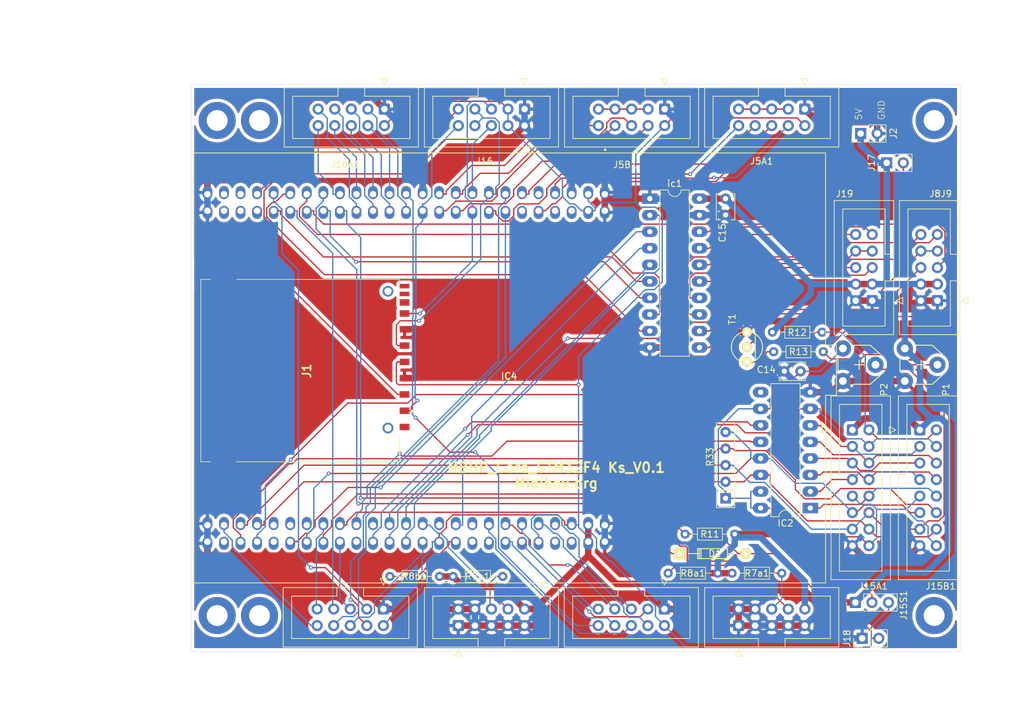
<source format=kicad_pcb>
(kicad_pcb (version 20240108) (generator "pcbnew") (generator_version "8.0")
  (layers (0 "F.Cu" signal) (31 "B.Cu" signal) (34 "B.Paste" user) (35 "F.Paste" user) (36 "B.SilkS" user "B.Silkscreen") (37 "F.SilkS" user "F.Silkscreen") (38 "B.Mask" user) (39 "F.Mask" user) (44 "Edge.Cuts" user))
  (net 0 "")
  (net 1 "/PA8")
  (net 2 "GND")
  (net 3 "+5V")
  (net 4 "/PD1")
  (net 5 "/PD0")
  (net 6 "/PB11")
  (net 7 "/PB10")
  (net 8 "/PB6")
  (net 9 "/PB9")
  (net 10 "Net-(J5A1-P3)")
  (net 11 "/PC2")
  (net 12 "/PA1")
  (net 13 "+3V3")
  (net 14 "/PC1")
  (net 15 "/PA4")
  (net 16 "Net-(J5B1-P3)")
  (net 17 "/PC5")
  (net 18 "/PB1")
  (net 19 "/PB0")
  (net 20 "/PC4")
  (net 21 "Net-(J8J9-P7)")
  (net 22 "Net-(J8J9-P9)")
  (net 23 "/PB14")
  (net 24 "Net-(J8J9-P6)")
  (net 25 "Net-(J8J9-P10)")
  (net 26 "/PE13")
  (net 27 "/PE12")
  (net 28 "/PE10")
  (net 29 "/PE8")
  (net 30 "/PE15")
  (net 31 "/PE9")
  (net 32 "/PE14")
  (net 33 "/PE11")
  (net 34 "/PE2")
  (net 35 "/PE5")
  (net 36 "/PE6")
  (net 37 "/PE7")
  (net 38 "/PC15")
  (net 39 "/PE4")
  (net 40 "/PC13")
  (net 41 "/PC14")
  (net 42 "/PA2")
  (net 43 "/PA3")
  (net 44 "/PD8")
  (net 45 "/PD9")
  (net 46 "/PB7")
  (net 47 "/PC6")
  (net 48 "/PD2")
  (net 49 "/PC12")
  (net 50 "Net-(J15A1-P2)")
  (net 51 "/PD7")
  (net 52 "Net-(IC2-O2)")
  (net 53 "Net-(IC2-O4)")
  (net 54 "/PC11")
  (net 55 "/PB15")
  (net 56 "/PD10")
  (net 57 "/PA15")
  (net 58 "/PB3")
  (net 59 "Net-(J19-P9)")
  (net 60 "/PB5")
  (net 61 "/PB8")
  (net 62 "Net-(J19-P6)")
  (net 63 "Net-(J19-P7)")
  (net 64 "/PB13")
  (net 65 "/PB12")
  (net 66 "Net-(J19-P10)")
  (net 67 "Net-(T1-B)")
  (net 68 "Net-(P1-Pad2)")
  (net 69 "/PD6")
  (net 71 "/PD3")
  (net 72 "/PA6")
  (net 73 "/PB4")
  (net 74 "/PD11")
  (net 75 "/PA9")
  (net 76 "/PA5")
  (net 77 "/PA7")
  (net 78 "/PB2")
  (net 79 "Net-(IC2-CLR#)")
  (net 80 "Net-(IC2-O6)")
  (net 81 "Net-(IC2-O5)")
  (net 82 "Net-(IC2-O3)")
  (net 83 "Net-(IC2-O1)")
  (net 84 "/PC8")
  (net 85 "/PC9")
  (footprint "Connector_IDC:IDC-Header_2x05_P2.54mm_Vertical" (layer "F.Cu") (at 69.66 36.75 -90)
    (property "Reference" "J10A1")
    (property "Value" "CONN_02X05" (hide yes))
  )
  (footprint "CORE32:Potentiometer_VishaySpectrol-Econtrim-Type36T" (layer "F.Cu") (at 149.5013 73.5006 -90)
    (property "Reference" "P1")
    (property "Value" "10k")
  )
  (footprint "MountingHole:MountingHole_3.2mm_M3_ISO7380_Pad" (layer "F.Cu") (at 44 114.5)
    (property "Reference" "H3" (hide yes))
    (property "Value" "MountingHole" (hide yes))
  )
  (footprint "MountingHole:MountingHole_3.2mm_M3_ISO7380_Pad" (layer "F.Cu") (at 50.5 114.5)
    (property "Reference" "H5" (hide yes))
    (property "Value" "MountingHole" (hide yes))
  )
  (footprint "Capacitor_THT:C_Disc_D3.8mm_W2.6mm_P2.50mm" (layer "F.Cu") (at 122 53 90)
    (property "Reference" "C15")
    (property "Value" "100nf")
  )
  (footprint "Connector_IDC:IDC-Header_2x05_P2.54mm_Vertical" (layer "F.Cu") (at 154.5 66.16 180)
    (property "Reference" "J8J9")
    (property "Value" "CONN_02X05" (hide yes))
  )
  (footprint "Connector_PinHeader_2.54mm:PinHeader_1x02_P2.54mm_Vertical" (layer "F.Cu") (at 146.725 45 90)
    (property "Reference" "J17")
    (property "Value" "CONN_01X02")
  )
  (footprint "CORE32:Potentiometer_VishaySpectrol-Econtrim-Type36T" (layer "F.Cu") (at 140 73.5 -90)
    (property "Reference" "P2")
    (property "Value" "10k")
  )
  (footprint "Resistor_THT:R_Axial_DIN0204_L3.6mm_D1.6mm_P7.62mm_Horizontal" (layer "F.Cu") (at 123 108)
    (property "Reference" "R7a1")
    (property "Value" "2.2k")
  )
  (footprint "Connector_IDC:IDC-Header_2x08_P2.54mm_Vertical" (layer "F.Cu") (at 141.46 86)
    (property "Reference" "J15A1")
    (property "Value" "CONN_02X08" (hide yes))
  )
  (footprint "Resistor_THT:R_Axial_DIN0204_L3.6mm_D1.6mm_P7.62mm_Horizontal" (layer "F.Cu") (at 70.5 108.5)
    (property "Reference" "R8b1")
    (property "Value" "2.2k")
  )
  (footprint "Connector_IDC:IDC-Header_2x05_P2.54mm_Vertical" (layer "F.Cu") (at 144.5 66.16 180)
    (property "Reference" "J19")
    (property "Value" "CONN_02X05" (hide yes))
  )
  (footprint "Connector_IDC:IDC-Header_2x08_P2.54mm_Vertical" (layer "F.Cu") (at 151.8 86)
    (property "Reference" "J15B1")
    (property "Value" "CONN_02X08" (hide yes))
  )
  (footprint "MountingHole:MountingHole_3.2mm_M3_ISO7380_Pad" (layer "F.Cu") (at 44 38.5)
    (property "Reference" "H1" (hide yes))
    (property "Value" "MountingHole" (hide yes))
  )
  (footprint "Connector_IDC:IDC-Header_2x05_P2.54mm_Vertical" (layer "F.Cu") (at 81 116.04 90)
    (property "Reference" "J4B1" (hide yes))
    (property "Value" "CONN_02X05" (hide yes))
  )
  (footprint "Resistor_THT:R_Array_SIP5" (layer "F.Cu") (at 122 96.5 90)
    (property "Reference" "R33")
    (property "Value" "4x1K")
  )
  (footprint "Package_DIP:DIP-16_W7.62mm_LongPads" (layer "F.Cu") (at 135 98 180)
    (property "Reference" "IC2")
    (property "Value" "74HC595")
  )
  (footprint "Package_DIP:DIP-20_W7.62mm_LongPads" (layer "F.Cu") (at 110.38 50.5)
    (property "Reference" "ic1")
    (property "Value" "74HCT541")
  )
  (footprint "Connector_IDC:IDC-Header_2x05_P2.54mm_Vertical" (layer "F.Cu") (at 124 116.04 90)
    (property "Reference" "J4A1" (hide yes))
    (property "Value" "CONN_02X05" (hide yes))
  )
  (footprint "MountingHole:MountingHole_3.2mm_M3_ISO7380_Pad" (layer "F.Cu") (at 50.5 38.5)
    (property "Reference" "H6" (hide yes))
    (property "Value" "MountingHole" (hide yes))
  )
  (footprint "Connector_IDC:IDC-Header_2x05_P2.54mm_Vertical" (layer "F.Cu") (at 91.16 36.75 -90)
    (property "Reference" "J16")
    (property "Value" "CONN_02X05" (hide yes))
  )
  (footprint "MountingHole:MountingHole_3.2mm_M3_ISO7380_Pad" (layer "F.Cu") (at 154 114.5)
    (property "Reference" "H4" (hide yes))
    (property "Value" "MountingHole" (hide yes))
  )
  (footprint "Resistor_THT:R_Axial_DIN0204_L3.6mm_D1.6mm_P7.62mm_Horizontal" (layer "F.Cu") (at 115.785 102)
    (property "Reference" "R11")
    (property "Value" "1k")
  )
  (footprint "Connector_IDC:IDC-Header_2x05_P2.54mm_Vertical" (layer "F.Cu") (at 69.5 113.5 -90)
    (property "Reference" "J11E1" (hide yes))
    (property "Value" "CONN_02X05" (hide yes))
  )
  (footprint "Connector_IDC:IDC-Header_2x05_P2.54mm_Vertical" (layer "F.Cu") (at 112.62 113.5 -90)
    (property "Reference" "J10B1" (hide yes))
    (property "Value" "CONN_02X05" (hide yes))
  )
  (footprint "MountingHole:MountingHole_3.2mm_M3_ISO7380_Pad" (layer "F.Cu") (at 154 38.5)
    (property "Reference" "H2" (hide yes))
    (property "Value" "MountingHole" (hide yes))
  )
  (footprint "Resistor_THT:R_Axial_DIN0204_L3.6mm_D1.6mm_P7.62mm_Horizontal" (layer "F.Cu") (at 80.19 108.5)
    (property "Reference" "R7b1")
    (property "Value" "2.2k")
  )
  (footprint "Resistor_THT:R_Axial_DIN0204_L3.6mm_D1.6mm_P7.62mm_Horizontal" (layer "F.Cu") (at 113.19 108)
    (property "Reference" "R8a1")
    (property "Value" "2.2k")
  )
  (footprint "empreinte ksir:bc337" (layer "F.Cu") (at 125.286 73.286 90)
    (property "Reference" "T1")
    (property "Value" "BC817-40" (hide yes))
  )
  (footprint "CORE32:stm32f4_discovery_header_ksir" (layer "F.Cu") (at 88.79 76.49)
    (property "Reference" "IC4")
    (property "Value" "STM32F4_Discovery_Header" (hide yes))
  )
  (footprint "Capacitor_THT:C_Disc_D3.8mm_W2.6mm_P2.50mm" (layer "F.Cu") (at 133.5 77 180)
    (property "Reference" "C14")
    (property "Value" "100nf")
  )
  (footprint "Connector_IDC:IDC-Header_2x05_P2.54mm_Vertical" (layer "F.Cu") (at 112.66 36.75 -90)
    (property "Reference" "J5B1")
    (property "Value" "CONN_02X05" (hide yes))
  )
  (footprint "Resistor_THT:R_Axial_DIN0204_L3.6mm_D1.6mm_P7.62mm_Horizontal" (layer "F.Cu") (at 137 74 180)
    (property "Reference" "R13")
    (property "Value" "1k")
  )
  (footprint "CORE32:SDRSMT2MQ" (layer "F.Cu") (at 57.75 76.95 -90)
    (property "Reference" "J1")
    (property "Value" "SD_Card" (hide yes))
  )
  (footprint "Connector_PinHeader_2.54mm:PinHeader_1x02_P2.54mm_Vertical" (layer "F.Cu") (at 142.96 118 90)
    (property "Reference" "J18")
    (property "Value" "CONN_2" (hide yes))
  )
  (footprint "Connector_PinHeader_2.54mm:PinHeader_1x02_P2.54mm_Vertical" (layer "F.Cu") (at 142.725 40.5 90)
    (property "Reference" "J2")
    (property "Value" "CONN_2" (hide yes))
  )
  (footprint "Resistor_THT:R_Axial_DIN0204_L3.6mm_D1.6mm_P7.62mm_Horizontal" (layer "F.Cu") (at 129.19 71)
    (property "Reference" "R12")
    (property "Value" "10k")
  )
  (footprint "Connector_IDC:IDC-Header_2x05_P2.54mm_Vertical" (layer "F.Cu") (at 134.16 36.75 -90)
    (property "Reference" "J5A1")
    (property "Value" "CONN_02X05" (hide yes))
  )
  (footprint "CORE32:Diode_DO-35_SOD27_Horizontal_RM10" (layer "F.Cu") (at 114.9195 105)
    (property "Reference" "D1")
    (property "Value" "D")
  )
  (footprint "Connector_PinHeader_2.54mm:PinHeader_1x03_P2.54mm_Vertical" (layer "F.Cu") (at 141.92 112.5 90)
    (property "Reference" "J15S1")
    (property "Value" "CONN_01X03")
  )
  (gr_rect (start 40 33) (end 158 120) (stroke (width 0.05)) (fill none) (layer "Edge.Cuts"))
  (gr_text "5V" (at 143 38.5 90) (layer "F.SilkS") (effects (font (size 1 1) (thickness 0.1)) (justify left bottom)))
  (gr_text "GND" (at 146.5 38.5 90) (layer "F.SilkS") (effects (font (size 1 1) (thickness 0.1)) (justify left bottom)))
  (gr_text "MBHP_Core_STM32F4 Ks_V0.1\nMidibox.org" (at 96 93 0) (layer "F.SilkS") (effects (font (size 1.5 1.5) (thickness 0.3))))
  (segment (start 122 93.96) (end 120.8983 93.96) (width 0.2) (layer "F.Cu") (net 1))
  (segment (start 120.8983 93.96) (end 57.3043 93.96) (width 0.2) (layer "F.Cu") (net 1))
  (segment (start 125.8783 92.92) (end 124.8383 93.96) (width 0.2) (layer "F.Cu") (net 1))
  (segment (start 142.7285 99.9685) (end 134.5224 99.9685) (width 0.2) (layer "F.Cu") (net 1))
  (segment (start 154.34 101.24) (end 153.17 102.41) (width 0.2) (layer "F.Cu") (net 1))
  (segment (start 124.8383 93.96) (end 122 93.96) (width 0.2) (layer "F.Cu") (net 1))
  (segment (start 57.3043 93.96) (end 51.1817 100.0826) (width 0.2) (layer "F.Cu") (net 1))
  (segment (start 127.38 92.92) (end 125.8783 92.92) (width 0.2) (layer "F.Cu") (net 1))
  (segment (start 51.1817 100.0826) (end 51.1817 100.62) (width 0.2) (layer "F.Cu") (net 1))
  (segment (start 127.8136 92.92) (end 127.38 92.92) (width 0.2) (layer "F.Cu") (net 1))
  (segment (start 145.17 102.41) (end 144 101.24) (width 0.2) (layer "F.Cu") (net 1))
  (segment (start 50.13 100.62) (end 51.1817 100.62) (width 0.2) (layer "F.Cu") (net 1))
  (segment (start 128.8817 94.3278) (end 128.8817 92.92) (width 0.2) (layer "F.Cu") (net 1))
  (segment (start 127.8136 92.92) (end 128.8817 92.92) (width 0.2) (layer "F.Cu") (net 1))
  (segment (start 153.17 102.41) (end 145.17 102.41) (width 0.2) (layer "F.Cu") (net 1))
  (segment (start 134.5224 99.9685) (end 128.8817 94.3278) (width 0.2) (layer "F.Cu") (net 1))
  (segment (start 144 101.24) (end 142.7285 99.9685) (width 0.2) (layer "F.Cu") (net 1))
  (segment (start 83.54 116.04) (end 81 116.04) (width 1) (layer "F.Cu") (net 2))
  (segment (start 140.0006 78.4993) (end 149.5013 78.4993) (width 1) (layer "F.Cu") (net 2))
  (segment (start 119.3806 75.0905) (end 123.4711 71) (width 1) (layer "F.Cu") (net 2))
  (segment (start 69.66 36.75) (end 67.8974 34.9874) (width 1) (layer "F.Cu") (net 2))
  (segment (start 56.0193 37.7169) (end 56.0193 38.3544) (width 1) (layer "F.Cu") (net 2))
  (segment (start 56.0193 38.3544) (end 46.7054 47.6683) (width 1) (layer "F.Cu") (net 2))
  (segment (start 140 78.4987) (end 140.0006 78.4993) (width 1) (layer "F.Cu") (net 2))
  (segment (start 123.4711 71) (end 125.286 71) (width 1) (layer "F.Cu") (net 2))
  (segment (start 151.96 66.16) (end 154.5 66.16) (width 1) (layer "F.Cu") (net 2))
  (segment (start 141.96 66.16) (end 144.5 66.16) (width 1) (layer "F.Cu") (net 2))
  (segment (start 42.51 49.82) (end 42.51 47.6683) (width 1) (layer "F.Cu") (net 2))
  (segment (start 74.4017 73.36) (end 110.38 73.36) (width 1) (layer "F.Cu") (net 2))
  (segment (start 110.38 73.36) (end 112.4817 73.36) (width 1) (layer "F.Cu") (net 2))
  (segment (start 151.8 103.78) (end 150.0157 105.5643) (width 1) (layer "F.Cu") (net 2))
  (segment (start 61.3117 105.3117) (end 42.51 105.3117) (width 1) (layer "F.Cu") (net 2))
  (segment (start 81 113.5) (end 69.5 113.5) (width 1) (layer "F.Cu") (net 2))
  (segment (start 145.265 40.5) (end 145.265 38.7483) (width 1) (layer "F.Cu") (net 2))
  (segment (start 108.2783 50.5) (end 103.47 50.5) (width 1) (layer "F.Cu") (net 2))
  (segment (start 74.4017 70.56) (end 74.4017 73.36) (width 1) (layer "F.Cu") (net 2))
  (segment (start 110.38 50.5) (end 108.2783 50.5) (width 1) (layer "F.Cu") (net 2))
  (segment (start 91.16 39.29) (end 86.5598 43.8902) (width 1) (layer "F.Cu") (net 2))
  (segment (start 122 53) (end 122.9726 53) (width 1) (layer "F.Cu") (net 2))
  (segment (start 126.54 113.5) (end 124 113.5) (width 1) (layer "F.Cu") (net 2))
  (segment (start 46.7054 47.6683) (end 42.51 47.6683) (width 1) (layer "F.Cu") (net 2))
  (segment (start 124 113.5) (end 112.62 113.5) (width 1) (layer "F.Cu") (net 2))
  (segment (start 103.47 50.5) (end 103.47 50.7083) (width 1) (layer "F.Cu") (net 2))
  (segment (start 129.08 116.04) (end 131.62 116.04) (width 1) (layer "F.Cu") (net 2))
  (segment (start 136.1583 38.7483) (end 134.16 36.75) (width 1) (layer "F.Cu") (net 2))
  (segment (start 138.2787 80.22) (end 140 78.4987) (width 1) (layer "F.Cu") (net 2))
  (segment (start 75.53 49.82) (end 75.53 47.6683) (width 1) (layer "F.Cu") (net 2))
  (segment (start 124 113.5) (end 124 116.04) (width 1) (layer "F.Cu") (net 2))
  (segment (start 110.867 111.747) (end 97.4352 111.747) (width 1) (layer "F.Cu") (net 2))
  (segment (start 58.7488 34.9874) (end 56.0193 37.7169) (width 1) (layer "F.Cu") (net 2))
  (segment (start 86.08 116.04) (end 83.54 116.04) (width 1) (layer "F.Cu") (net 2))
  (segment (start 103.47 52.36) (end 103.47 50.7083) (width 1) (layer "F.Cu") (net 2))
  (segment (start 67.8974 34.9874) (end 58.7488 34.9874) (width 1) (layer "F.Cu") (net 2))
  (segment (start 97.4352 111.747) (end 93.1422 116.04) (width 1) (layer "F.Cu") (net 2))
  (segment (start 126.54 116.04) (end 124 116.04) (width 1) (layer "F.Cu") (net 2))
  (segment (start 83.54 113.5) (end 81 113.5) (width 1) (layer "F.Cu") (net 2))
  (segment (start 112.62 113.5) (end 110.867 111.747) (width 1) (layer "F.Cu") (net 2))
  (segment (start 151.6078 66.5122) (end 151.96 66.16) (width 1) (layer "F.Cu") (net 2))
  (segment (start 122.9726 53) (end 136.1583 39.8143) (width 1) (layer "F.Cu") (net 2))
  (segment (start 148.0966 66.5122) (end 151.6078 66.5122) (width 1) (layer "F.Cu") (net 2))
  (segment (start 93.1422 116.04) (end 91.16 116.04) (width 1) (layer "F.Cu") (net 2))
  (segment (start 42.51 103.16) (end 42.51 105.3117) (width 1) (layer "F.Cu") (net 2))
  (segment (start 88.62 116.04) (end 86.08 116.04) (width 1) (layer "F.Cu") (net 2))
  (segment (start 131.62 116.04) (end 134.16 116.04) (width 1) (layer "F.Cu") (net 2))
  (segment (start 103.47 49.82) (end 103.47 50.5) (width 1) (layer "F.Cu") (net 2))
  (segment (start 79.3081 43.8902) (end 75.53 47.6683) (width 1) (layer "F.Cu") (net 2))
  (segment (start 69.5 113.5) (end 61.3117 105.3117) (width 1) (layer "F.Cu") (net 2))
  (segment (start 86.5598 43.8902) (end 79.3081 43.8902) (width 1) (layer "F.Cu") (net 2))
  (segment (start 112.4817 73.36) (end 114.2122 75.0905) (width 1) (layer "F.Cu") (net 2))
  (segment (start 150.0157 105.5643) (end 143.2443 105.5643) (width 1) (layer "F.Cu") (net 2))
  (segment (start 91.16 116.04) (end 88.62 116.04) (width 1) (layer "F.Cu") (net 2))
  (segment (start 145.265 38.7483) (end 136.1583 38.7483) (width 1) (layer "F.Cu") (net 2))
  (segment (start 72.75 70.56) (end 74.4017 70.56) (width 1) (layer "F.Cu") (net 2))
  (segment (start 135 80.22) (end 138.2787 80.22) (width 1) (layer "F.Cu") (net 2))
  (segment (start 72.75 78.06) (end 74.4017 78.06) (width 1) (layer "F.Cu") (net 2))
  (segment (start 74.4017 73.36) (end 74.4017 78.06) (width 1) (layer "F.Cu") (net 2))
  (segment (start 114.2122 75.0905) (end 119.3806 75.0905) (width 1) (layer "F.Cu") (net 2))
  (segment (start 143.2443 105.5643) (end 141.46 103.78) (width 1) (layer "F.Cu") (net 2))
  (segment (start 136.1583 39.8143) (end 136.1583 38.7483) (width 1) (layer "F.Cu") (net 2))
  (via (at 148.0966 66.5122) (size 1) (drill 0.5) (layers "F.Cu" "B.Cu") (net 2))
  (segment (start 103.47 103.16) (end 105.1217 103.16) (width 1) (layer "B.Cu") (net 2))
  (segment (start 131 77) (end 132.8983 78.8983) (width 1) (layer "B.Cu") (net 2))
  (segment (start 112.62 113.5) (end 112.62 110.6583) (width 1) (layer "B.Cu") (net 2))
  (segment (start 135 80.22) (end 132.8983 80.22) (width 1) (layer "B.Cu") (net 2))
  (segment (start 91.16 39.29) (end 91.16 36.75) (width 1) (layer "B.Cu") (net 2))
  (segment (start 147.3141 66.6489) (end 147.9599 66.6489) (width 1) (layer "B.Cu") (net 2))
  (segment (start 127.5934 73.2252) (end 127.5934 74.5968) (width 1) (layer "B.Cu") (net 2))
  (segment (start 114.0965 49.4318) (end 114.4147 49.1136) (width 1) (layer "B.Cu") (net 2))
  (segment (start 118 53.04) (end 115.8983 53.04) (width 1) (layer "B.Cu") (net 2))
  (segment (start 103.47 103.16) (end 103.47 100.62) (width 1) (layer "B.Cu") (net 2))
  (segment (start 112.4817 50.5) (end 113.5499 49.4318) (width 1) (layer "B.Cu") (net 2))
  (segment (start 103.47 49.82) (end 103.47 47.6683) (width 1) (layer "B.Cu") (net 2))
  (segment (start 112.62 110.6583) (end 105.1217 103.16) (width 1) (layer "B.Cu") (net 2))
  (segment (start 42.51 49.82) (end 42.51 52.36) (width 1) (layer "B.Cu") (net 2))
  (segment (start 103.47 78.1683) (end 103.47 100.62) (width 1) (layer "B.Cu") (net 2))
  (segment (start 108.2783 73.36) (end 103.47 78.1683) (width 1) (layer "B.Cu") (net 2))
  (segment (start 118 53.04) (end 120.1017 53.04) (width 1) (layer "B.Cu") (net 2))
  (segment (start 115.8983 53.04) (end 115.8983 51.2336) (width 1) (layer "B.Cu") (net 2))
  (segment (start 103.47 47.6683) (end 98.39 47.6683) (width 1) (layer "B.Cu") (net 2))
  (segment (start 110.38 73.36) (end 108.2783 73.36) (width 1) (layer "B.Cu") (net 2))
  (segment (start 69.66 36.75) (end 75.53 42.62) (width 1) (layer "B.Cu") (net 2))
  (segment (start 114.4147 38.5047) (end 112.66 36.75) (width 1) (layer "B.Cu") (net 2))
  (segment (start 135.1042 115.0958) (end 138.3041 115.0958) (width 1) (layer "B.Cu") (net 2))
  (segment (start 141.46 103.78) (end 138.3041 106.9359) (width 1) (layer "B.Cu") (net 2))
  (segment (start 75.53 42.62) (end 75.53 49.82) (width 1) (layer "B.Cu") (net 2))
  (segment (start 138.3041 106.9359) (end 138.3041 115.0958) (width 1) (layer "B.Cu") (net 2))
  (segment (start 142.96 118) (end 141.2083 118) (width 1) (layer "B.Cu") (net 2))
  (segment (start 144.5 66.16) (end 144.9889 66.6489) (width 1) (layer "B.Cu") (net 2))
  (segment (start 110.38 50.5) (end 112.4817 50.5) (width 1) (layer "B.Cu") (net 2))
  (segment (start 147.9599 66.6489) (end 148.0966 66.5122) (width 1) (layer "B.Cu") (net 2))
  (segment (start 127.5934 74.5968) (end 129.9966 77) (width 1) (layer "B.Cu") (net 2))
  (segment (start 114.4147 49.1136) (end 114.4147 38.5047) (width 1) (layer "B.Cu") (net 2))
  (segment (start 125.3682 71) (end 127.5934 73.2252) (width 1) (layer "B.Cu") (net 2))
  (segment (start 125.286 71) (end 125.3682 71) (width 1) (layer "B.Cu") (net 2))
  (segment (start 83.54 113.5) (end 83.54 116.04) (width 1) (layer "B.Cu") (net 2))
  (segment (start 144.9889 66.6489) (end 147.3141 66.6489) (width 1) (layer "B.Cu") (net 2))
  (segment (start 122 53.04) (end 122 53) (width 1) (layer "B.Cu") (net 2))
  (segment (start 113.5499 49.4318) (end 114.0965 49.4318) (width 1) (layer "B.Cu") (net 2))
  (segment (start 98.39 46.52) (end 98.39 47.6683) (width 1) (layer "B.Cu") (net 2))
  (segment (start 115.8983 51.2336) (end 114.0965 49.4318) (width 1) (layer "B.Cu") (net 2))
  (segment (start 138.3041 115.0958) (end 141.2083 118) (width 1) (layer "B.Cu") (net 2))
  (segment (start 125.286 56.326) (end 122 53.04) (width 1) (layer "B.Cu") (net 2))
  (segment (start 122 53.04) (end 120.1017 53.04) (width 1) (layer "B.Cu") (net 2))
  (segment (start 134.16 116.04) (end 135.1042 115.0958) (width 1) (layer "B.Cu") (net 2))
  (segment (start 129.9966 77) (end 131 77) (width 1) (layer "B.Cu") (net 2))
  (segment (start 129.08 116.04) (end 126.54 116.04) (width 1) (layer "B.Cu") (net 2))
  (segment (start 147.3141 66.6489) (end 147.3141 76.3121) (width 1) (layer "B.Cu") (net 2))
  (segment (start 42.51 103.16) (end 42.51 100.62) (width 1) (layer "B.Cu") (net 2))
  (segment (start 147.3141 76.3121) (end 149.5013 78.4993) (width 1) (layer "B.Cu") (net 2))
  (segment (start 132.8983 78.8983) (end 132.8983 80.22) (width 1) (layer "B.Cu") (net 2))
  (segment (start 125.286 71) (end 125.286 56.326) (width 1) (layer "B.Cu") (net 2))
  (segment (start 91.16 39.29) (end 98.39 46.52) (width 1) (layer "B.Cu") (net 2))
  (segment (start 98.39 49.82) (end 98.39 47.6683) (width 1) (layer "B.Cu") (net 2))
  (segment (start 143.2147 84.2453) (end 147.7292 84.2453) (width 1) (layer "F.Cu") (net 3))
  (segment (start 140.1683 112.5) (end 129.6683 102) (width 1) (layer "F.Cu") (net 3))
  (segment (start 122 50.5) (end 118 50.5) (width 1) (layer "F.Cu") (net 3))
  (segment (start 92.7417 113.5) (end 100.93 105.3117) (width 1) (layer "F.Cu") (net 3))
  (segment (start 117.5786 109.6297) (end 105.248 109.6297) (width 1) (layer "F.Cu") (net 3))
  (segment (start 78.12 108.5) (end 79.7217 108.5) (width 1) (layer "F.Cu") (net 3))
  (segment (start 81.6128 109.9228) (end 80.19 108.5) (width 1) (layer "F.Cu") (net 3))
  (segment (start 123 108) (end 120.81 108) (width 1) (layer "F.Cu") (net 3))
  (segment (start 100.93 103.16) (end 100.93 105.3117) (width 1) (layer "F.Cu") (net 3))
  (segment (start 91.16 113.5) (end 92.7417 113.5) (width 1) (layer "F.Cu") (net 3))
  (segment (start 120.81 108) (end 119.2083 108) (width 1) (layer "F.Cu") (net 3))
  (segment (start 129.6683 102) (end 123.405 102) (width 1) (layer "F.Cu") (net 3))
  (segment (start 141.92 112.5) (end 140.1683 112.5) (width 1) (layer "F.Cu") (net 3))
  (segment (start 80.19 108.5) (end 79.7217 108.5) (width 1) (layer "F.Cu") (net 3))
  (segment (start 119.2083 108) (end 117.5786 109.6297) (width 1) (layer "F.Cu") (net 3))
  (segment (start 141.96 63.62) (end 144.5 63.62) (width 1) (layer "F.Cu") (net 3))
  (segment (start 151.96 63.62) (end 154.5 63.62) (width 1) (layer "F.Cu") (net 3))
  (segment (start 91.16 113.5) (end 87.7748 110.1148) (width 1) (layer "F.Cu") (net 3))
  (segment (start 105.248 109.6297) (end 100.93 105.3117) (width 1) (layer "F.Cu") (net 3))
  (segment (start 87.7748 110.1148) (end 81.807 110.1148) (width 1) (layer "F.Cu") (net 3))
  (segment (start 150.0438 84.2438) (end 151.8 86) (width 1) (layer "F.Cu") (net 3))
  (segment (start 81.615 109.9228) (end 81.6128 109.9228) (width 1) (layer "F.Cu") (net 3))
  (segment (start 147.7307 84.2438) (end 150.0438 84.2438) (width 1) (layer "F.Cu") (net 3))
  (segment (start 141.46 86) (end 143.2147 84.2453) (width 1) (layer "F.Cu") (net 3))
  (segment (start 81.807 110.1148) (end 81.615 109.9228) (width 1) (layer "F.Cu") (net 3))
  (segment (start 100.93 103.16) (end 100.93 100.62) (width 1) (layer "F.Cu") (net 3))
  (segment (start 147.7292 84.2453) (end 147.7307 84.2438) (width 1) (layer "F.Cu") (net 3))
  (segment (start 122 50.5) (end 135.08 63.58) (width 1) (layer "B.Cu") (net 3))
  (segment (start 135.08 63.58) (end 135.08 63.62) (width 1) (layer "B.Cu") (net 3))
  (segment (start 146.725 63.62) (end 144.5 63.62) (width 1) (layer "B.Cu") (net 3))
  (segment (start 134.16 113.5) (end 134.16 109.2746) (width 1) (layer "B.Cu") (net 3))
  (segment (start 151.96 63.62) (end 149.5013 63.62) (width 1) (layer "B.Cu") (net 3))
  (segment (start 146.725 45) (end 144.9733 45) (width 1) (layer "B.Cu") (net 3))
  (segment (start 141.92 112.5) (end 146.5243 107.8957) (width 1) (layer "B.Cu") (net 3))
  (segment (start 156.1049 85.2536) (end 155.0694 84.2181) (width 1) (layer "B.Cu") (net 3))
  (segment (start 152.757 107.8957) (end 156.1049 104.5478) (width 1) (layer "B.Cu") (net 3))
  (segment (start 120.81 106.1967) (end 120.81 108) (width 1) (layer "B.Cu") (net 3))
  (segment (start 142.725 40.5) (end 142.725 42.2517) (width 1) (layer "B.Cu") (net 3))
  (segment (start 123.405 102) (end 123.405 102.4932) (width 1) (layer "B.Cu") (net 3))
  (segment (start 155.0694 84.2181) (end 153.5819 84.2181) (width 1) (layer "B.Cu") (net 3))
  (segment (start 149.5013 63.62) (end 149.5013 73.5006) (width 1) (layer "B.Cu") (net 3))
  (segment (start 141.96 63.62) (end 135.08 63.62) (width 1) (layer "B.Cu") (net 3))
  (segment (start 146.725 63.62) (end 146.725 46.7517) (width 1) (layer "B.Cu") (net 3))
  (segment (start 135.08 63.62) (end 135.08 65.11) (width 1) (layer "B.Cu") (net 3))
  (segment (start 146.5243 107.8957) (end 152.757 107.8957) (width 1) (layer "B.Cu") (net 3))
  (segment (start 146.725 45) (end 146.725 46.7517) (width 1) (layer "B.Cu") (net 3))
  (segment (start 156.1049 104.5478) (end 156.1049 85.2536) (width 1) (layer "B.Cu") (net 3))
  (segment (start 153.5819 84.2181) (end 151.8 86) (width 1) (layer "B.Cu") (net 3))
  (segment (start 123.405 102.4932) (end 123.405 103.6017) (width 1) (layer "B.Cu") (net 3))
  (segment (start 151.8408 82.477) (end 153.5819 84.2181) (width 1) (layer "B.Cu") (net 3))
  (segment (start 149.5013 73.5006) (end 151.8408 75.8401) (width 1) (layer "B.Cu") (net 3))
  (segment (start 127.3786 102.4932) (end 123.405 102.4932) (width 1) (layer "B.Cu") (net 3))
  (segment (start 123.405 103.6017) (end 120.81 106.1967) (width 1) (layer "B.Cu") (net 3))
  (segment (start 149.5013 63.62) (end 146.725 63.62) (width 1) (layer "B.Cu") (net 3))
  (segment (start 135.08 65.11) (end 129.19 71) (width 1) (layer "B.Cu") (net 3))
  (segment (start 134.16 109.2746) (end 127.3786 102.4932) (width 1) (layer "B.Cu") (net 3))
  (segment (start 142.725 42.2517) (end 144.9733 44.5) (width 1) (layer "B.Cu") (net 3))
  (segment (start 144.9733 44.5) (end 144.9733 45) (width 1) (layer "B.Cu") (net 3))
  (segment (start 151.8408 75.8401) (end 151.8408 82.477) (width 1) (layer "B.Cu") (net 3))
  (segment (start 62.83 100.62) (end 63.8817 100.62) (width 0.2) (layer "F.Cu") (net 4))
  (segment (start 63.8817 100.1082) (end 63.8817 100.62) (width 0.2) (layer "F.Cu") (net 4))
  (segment (start 65.3462 98.6437) (end 63.8817 100.1082) (width 0.2) (layer "F.Cu") (net 4))
  (segment (start 114.92 104.9975) (end 113.7687 104.9975) (width 0.2) (layer "F.Cu") (net 4))
  (segment (start 113.7687 104.9975) (end 107.4149 98.6437) (width 0.2) (layer "F.Cu") (net 4))
  (segment (start 107.4149 98.6437) (end 65.3462 98.6437) (width 0.2) (layer "F.Cu") (net 4))
  (segment (start 141.3729 116.3398) (end 143.7555 116.3398) (width 0.2) (layer "F.Cu") (net 5))
  (segment (start 60.29 103.16) (end 60.29 102.1083) (width 0.2) (layer "F.Cu") (net 5))
  (segment (start 123.9335 104.9975) (end 125.08 104.9975) (width 0.2) (layer "F.Cu") (net 5))
  (segment (start 144.3483 116.9326) (end 144.3483 118) (width 0.2) (layer "F.Cu") (net 5))
  (segment (start 115.785 102) (end 109.63 95.845) (width 0.2) (layer "F.Cu") (net 5))
  (segment (start 125.08 104.9975) (end 130.0306 104.9975) (width 0.2) (layer "F.Cu") (net 5))
  (segment (start 61.56 100.8383) (end 60.29 102.1083) (width 0.2) (layer "F.Cu") (net 5))
  (segment (start 115.785 102) (end 120.936 102) (width 0.2) (layer "F.Cu") (net 5))
  (segment (start 145.5 118) (end 144.3483 118) (width 0.2) (layer "F.Cu") (net 5))
  (segment (start 109.63 95.845) (end 65.5981 95.845) (width 0.2) (layer "F.Cu") (net 5))
  (segment (start 120.936 102) (end 123.9335 104.9975) (width 0.2) (layer "F.Cu") (net 5))
  (segment (start 130.0306 104.9975) (end 141.3729 116.3398) (width 0.2) (layer "F.Cu") (net 5))
  (segment (start 143.7555 116.3398) (end 144.3483 116.9326) (width 0.2) (layer "F.Cu") (net 5))
  (segment (start 65.5981 95.845) (end 61.56 99.8831) (width 0.2) (layer "F.Cu") (net 5))
  (segment (start 61.56 99.8831) (end 61.56 100.8383) (width 0.2) (layer "F.Cu") (net 5))
  (segment (start 114.3924 106.7976) (end 116.1239 106.7976) (width 0.2) (layer "F.Cu") (net 6))
  (segment (start 116.1239 106.7976) (end 123.5624 106.7976) (width 0.2) (layer "F.Cu") (net 6))
  (segment (start 116.1239 104.0755) (end 115.8946 103.8462) (width 0.2) (layer "F.Cu") (net 6))
  (segment (start 113.19 108) (end 114.3924 106.7976) (width 0.2) (layer "F.Cu") (net 6))
  (segment (start 108.4733 97.3186) (end 65.6855 97.3186) (width 0.2) (layer "F.Cu") (net 6))
  (segment (start 116.1239 106.7976) (end 116.1239 104.0755) (width 0.2) (layer "F.Cu") (net 6))
  (segment (start 123.5624 106.7976) (end 125.1665 108.4017) (width 0.2) (layer "F.Cu") (net 6))
  (segment (start 126.5217 108.4017) (end 131.62 113.5) (width 0.2) (layer "F.Cu") (net 6))
  (segment (start 125.1665 108.4017) (end 126.5217 108.4017) (width 0.2) (layer "F.Cu") (net 6))
  (segment (start 115.0009 103.8462) (end 108.4733 97.3186) (width 0.2) (layer "F.Cu") (net 6))
  (segment (start 115.8946 103.8462) (end 115.0009 103.8462) (width 0.2) (layer "F.Cu") (net 6))
  (via (at 65.6855 97.3186) (size 0.6) (drill 0.3) (layers "F.Cu" "B.Cu") (net 6))
  (segment (start 59.1771 51.9846) (end 59.1771 55.1463) (width 0.2) (layer "B.Cu") (net 6))
  (segment (start 60.29 49.82) (end 60.29 50.8717) (width 0.2) (layer "B.Cu") (net 6))
  (segment (start 65.4081 97.0412) (end 65.6855 97.3186) (width 0.2) (layer "B.Cu") (net 6))
  (segment (start 59.1771 55.1463) (end 65.4081 61.3773) (width 0.2) (layer "B.Cu") (net 6))
  (segment (start 65.4081 61.3773) (end 65.4081 97.0412) (width 0.2) (layer "B.Cu") (net 6))
  (segment (start 60.29 50.8717) (end 59.1771 51.9846) (width 0.2) (layer "B.Cu") (net 6))
  (segment (start 130.62 108) (end 129.6183 108) (width 0.2) (layer "F.Cu") (net 7))
  (segment (start 66.0218 96.456) (end 108.336 96.456) (width 0.2) (layer "F.Cu") (net 7))
  (segment (start 123.7302 106.3974) (end 128.0157 106.3974) (width 0.2) (layer "F.Cu") (net 7))
  (segment (start 115.1139 103.2339) (end 116.453 103.2339) (width 0.2) (layer "F.Cu") (net 7))
  (segment (start 119.3664 106.1473) (end 123.4801 106.1473) (width 0.2) (layer "F.Cu") (net 7))
  (segment (start 116.453 103.2339) (end 119.3664 106.1473) (width 0.2) (layer "F.Cu") (net 7))
  (segment (start 128.0157 106.3974) (end 129.6183 108) (width 0.2) (layer "F.Cu") (net 7))
  (segment (start 108.336 96.456) (end 115.1139 103.2339) (width 0.2) (layer "F.Cu") (net 7))
  (segment (start 123.4801 106.1473) (end 123.7302 106.3974) (width 0.2) (layer "F.Cu") (net 7))
  (via (at 66.0218 96.456) (size 0.6) (drill 0.3) (layers "F.Cu" "B.Cu") (net 7))
  (segment (start 62.83 52.36) (end 63.8817 52.36) (width 0.2) (layer "B.Cu") (net 7))
  (segment (start 129.08 113.5) (end 130.62 111.96) (width 0.2) (layer "B.Cu") (net 7))
  (segment (start 130.62 111.96) (end 130.62 108) (width 0.2) (layer "B.Cu") (net 7))
  (segment (start 63.8817 54.3237) (end 66.0218 56.4638) (width 0.2) (layer "B.Cu") (net 7))
  (segment (start 63.8817 52.36) (end 63.8817 54.3237) (width 0.2) (layer "B.Cu") (net 7))
  (segment (start 66.0218 56.4638) (end 66.0218 96.456) (width 0.2) (layer "B.Cu") (net 7))
  (segment (start 87.81 108.5) (end 86.8083 108.5) (width 0.2) (layer "B.Cu") (net 8))
  (segment (start 85.3673 109.941) (end 79.34 103.9138) (width 0.2) (layer "B.Cu") (net 8))
  (segment (start 86.08 113.5) (end 85.8681 113.2881) (width 0.2) (layer "B.Cu") (net 8))
  (segment (start 79.34 102.9206) (end 78.3094 101.89) (width 0.2) (layer "B.Cu") (net 8))
  (segment (start 85.8681 113.2881) (end 85.8681 110.4419) (width 0.2) (layer "B.Cu") (net 8))
  (segment (start 77.8517 101.89) (end 76.5817 100.62) (width 0.2) (layer "B.Cu") (net 8))
  (segment (start 78.3094 101.89) (end 77.8517 101.89) (width 0.2) (layer "B.Cu") (net 8))
  (segment (start 86.8083 108.5) (end 85.3673 109.941) (width 0.2) (layer "B.Cu") (net 8))
  (segment (start 85.8681 110.4419) (end 85.3673 109.941) (width 0.2) (layer "B.Cu") (net 8))
  (segment (start 79.34 103.9138) (end 79.34 102.9206) (width 0.2) (layer "B.Cu") (net 8))
  (segment (start 75.53 100.62) (end 76.5817 100.62) (width 0.2) (layer "B.Cu") (net 8))
  (segment (start 88.62 113.5) (end 86.8939 111.7739) (width 0.2) (layer "F.Cu") (net 9))
  (segment (start 80.61 103.16) (end 79.5583 103.16) (width 0.2) (layer "F.Cu") (net 9))
  (segment (start 79.5583 103.6718) (end 79.5583 103.16) (width 0.2) (layer "F.Cu") (net 9))
  (segment (start 70.5 108.5) (end 74.7301 108.5) (width 0.2) (layer "F.Cu") (net 9))
  (segment (start 75.5636 107.6665) (end 79.5583 103.6718) (width 0.2) (layer "F.Cu") (net 9))
  (segment (start 74.7301 108.5) (end 75.5636 107.6665) (width 0.2) (layer "F.Cu") (net 9))
  (segment (start 86.8939 111.7739) (end 79.6709 111.7739) (width 0.2) (layer "F.Cu") (net 9))
  (segment (start 79.6709 111.7739) (end 75.5636 107.6665) (width 0.2) (layer "F.Cu") (net 9))
  (segment (start 126.54 36.75) (end 129.08 36.75) (width 0.2) (layer "F.Cu") (net 10))
  (segment (start 124 36.75) (end 126.54 36.75) (width 0.2) (layer "F.Cu") (net 10))
  (segment (start 129.08 36.75) (end 131.62 36.75) (width 0.2) (layer "F.Cu") (net 10))
  (segment (start 95.4317 51.29) (end 95.8753 51.29) (width 0.2) (layer "F.Cu") (net 11))
  (segment (start 120.4923 47.8777) (end 129.08 39.29) (width 0.2) (layer "F.Cu") (net 11))
  (segment (start 98.0106 47.8777) (end 120.4923 47.8777) (width 0.2) (layer "F.Cu") (net 11))
  (segment (start 96.9829 48.9054) (end 98.0106 47.8777) (width 0.2) (layer "F.Cu") (net 11))
  (segment (start 93.31 52.36) (end 94.3617 52.36) (width 0.2) (layer "F.Cu") (net 11))
  (segment (start 96.9829 50.1824) (end 96.9829 48.9054) (width 0.2) (layer "F.Cu") (net 11))
  (segment (start 94.3617 52.36) (end 95.4317 51.29) (width 0.2) (layer "F.Cu") (net 11))
  (segment (start 95.8753 51.29) (end 96.9829 50.1824) (width 0.2) (layer "F.Cu") (net 11))
  (segment (start 91.8217 49.3082) (end 91.8217 49.82) (width 0.2) (layer "F.Cu") (net 12))
  (segment (start 126.54 39.29) (end 120.633 45.197) (width 0.2) (layer "F.Cu") (net 12))
  (segment (start 95.9329 45.197) (end 91.8217 49.3082) (width 0.2) (layer "F.Cu") (net 12))
  (segment (start 90.77 49.82) (end 91.8217 49.82) (width 0.2) (layer "F.Cu") (net 12))
  (segment (start 120.633 45.197) (end 95.9329 45.197) (width 0.2) (layer "F.Cu") (net 12))
  (segment (start 80.1654 99.0515) (end 96.2956 99.0515) (width 0.2) (layer "F.Cu") (net 13))
  (segment (start 98.39 100.62) (end 97.3383 100.62) (width 0.2) (layer "F.Cu") (net 13))
  (segment (start 71.4983 75.76) (end 71.4983 78.7678) (width 0.2) (layer "F.Cu") (net 13))
  (segment (start 69.66 39.29) (end 73.3863 35.5637) (width 0.2) (layer "F.Cu") (net 13))
  (segment (start 87.4337 35.5637) (end 88.62 36.75) (width 0.2) (layer "F.Cu") (net 13))
  (segment (start 97.3383 100.0942) (end 97.3383 100.62) (width 0.2) (layer "F.Cu") (net 13))
  (segment (start 79.1581 101.0202) (end 79.1581 100.0588) (width 0.2) (layer "F.Cu") (net 13))
  (segment (start 96.2956 99.0515) (end 97.3383 100.0942) (width 0.2) (layer "F.Cu") (net 13))
  (segment (start 73.3863 35.5637) (end 87.4337 35.5637) (width 0.2) (layer "F.Cu") (net 13))
  (segment (start 78.07 103.16) (end 78.07 102.1083) (width 0.2) (layer "F.Cu") (net 13))
  (segment (start 71.6983 75.56) (end 71.4983 75.76) (width 0.2) (layer "F.Cu") (net 13))
  (segment (start 71.7922 79.0617) (end 99.4417 79.0617) (width 0.2) (layer "F.Cu") (net 13))
  (segment (start 72.75 75.56) (end 71.6983 75.56) (width 0.2) (layer "F.Cu") (net 13))
  (segment (start 78.07 102.1083) (end 79.1581 101.0202) (width 0.2) (layer "F.Cu") (net 13))
  (segment (start 113.8488 38.1012) (end 132.9712 38.1012) (width 0.2) (layer "F.Cu") (net 13))
  (segment (start 79.1581 100.0588) (end 80.1654 99.0515) (width 0.2) (layer "F.Cu") (net 13))
  (segment (start 71.4983 78.7678) (end 71.7922 79.0617) (width 0.2) (layer "F.Cu") (net 13))
  (segment (start 132.9712 38.1012) (end 134.16 39.29) (width 0.2) (layer "F.Cu") (net 13))
  (segment (start 112.66 39.29) (end 113.8488 38.1012) (width 0.2) (layer "F.Cu") (net 13))
  (via (at 99.4417 79.0617) (size 0.6) (drill 0.3) (layers "F.Cu" "B.Cu") (net 13))
  (segment (start 78.07 103.16) (end 77.0183 103.16) (width 0.2) (layer "B.Cu") (net 13))
  (segment (start 115.9317 119.3517) (end 144.0267 119.3517) (width 0.2) (layer "B.Cu") (net 13))
  (segment (start 100.93 52.36) (end 99.8783 52.36) (width 0.2) (layer "B.Cu") (net 13))
  (segment (start 98.39 100.62) (end 99.4417 100.62) (width 0.2) (layer "B.Cu") (net 13))
  (segment (start 77.0183 103.16) (end 77.0183 104.2117) (width 0.2) (layer "B.Cu") (net 13))
  (segment (start 104.2972 106.0763) (end 111.2495 113.0286) (width 0.2) (layer "B.Cu") (net 13))
  (segment (start 144.33 119.0484) (end 144.33 116.3217) (width 0.2) (layer "B.Cu") (net 13))
  (segment (start 108.2312 51.09) (end 102.9248 51.09) (width 0.2) (layer "B.Cu") (net 13))
  (segment (start 111.0762 64.47) (end 112.2855 63.2607) (width 0.2) (layer "B.Cu") (net 13))
  (segment (start 75.4264 110.1136) (end 69.5 116.04) (width 0.2) (layer "B.Cu") (net 13))
  (segment (start 99.4417 100.9469) (end 100.3848 101.89) (width 0.2) (layer "B.Cu") (net 13))
  (segment (start 88.62 39.29) (end 96.9814 47.6514) (width 0.2) (layer "B.Cu") (net 13))
  (segment (start 75.4264 105.8036) (end 75.4264 110.1136) (width 0.2) (layer "B.Cu") (net 13))
  (segment (start 112.2855 63.2607) (end 112.2855 52.805) (width 0.2) (layer "B.Cu") (net 13))
  (segment (start 96.9814 50.1971) (end 98.0926 51.3083) (width 0.2) (layer "B.Cu") (net 13))
  (segment (start 99.4417 74.6889) (end 109.6606 64.47) (width 0.2) (layer "B.Cu") (net 13))
  (segment (start 99.4417 100.62) (end 99.4417 100.9469) (width 0.2) (layer "B.Cu") (net 13))
  (segment (start 101.9817 52.0331) (end 101.9817 52.36) (width 0.2) (layer "B.Cu") (net 13))
  (segment (start 104.0349 106.0763) (end 104.2972 106.0763) (width 0.2) (layer "B.Cu") (net 13))
  (segment (start 108.2312 43.7188) (end 112.66 39.29) (width 0.2) (layer "B.Cu") (net 13))
  (segment (start 111.2946 51.8141) (end 108.9553 51.8141) (width 0.2) (layer "B.Cu") (net 13))
  (segment (start 98.0926 51.3083) (end 98.8266 51.3083) (width 0.2) (layer "B.Cu") (net 13))
  (segment (start 101.467 101.89) (end 102.2 102.623) (width 0.2) (layer "B.Cu") (net 13))
  (segment (start 108.9553 51.8141) (end 108.2312 51.09) (width 0.2) (layer "B.Cu") (net 13))
  (segment (start 102.0366 51.9782) (end 101.9817 52.0331) (width 0.2) (layer "B.Cu") (net 13))
  (segment (start 99.4417 79.0617) (end 99.4417 74.6889) (width 0.2) (layer "B.Cu") (net 13))
  (segment (start 102.0366 51.9782) (end 100.93 50.8717) (width 0.2) (layer "B.Cu") (net 13))
  (segment (start 77.0183 104.2117) (end 75.4264 105.8036) (width 0.2) (layer "B.Cu") (net 13))
  (segment (start 100.3848 101.89) (end 101.467 101.89) (width 0.2) (layer "B.Cu") (net 13))
  (segment (start 100.93 52.36) (end 101.9817 52.36) (width 0.2) (layer "B.Cu") (net 13))
  (segment (start 111.2495 113.0286) (end 111.2495 114.6695) (width 0.2) (layer "B.Cu") (net 13))
  (segment (start 144.33 116.3217) (end 147 113.6517) (width 0.2) (layer "B.Cu") (net 13))
  (segment (start 112.2855 52.805) (end 111.2946 51.8141) (width 0.2) (layer "B.Cu") (net 13))
  (segment (start 144.0267 119.3517) (end 144.33 119.0484) (width 0.2) (layer "B.Cu") (net 13))
  (segment (start 112.62 116.04) (end 115.9317 119.3517) (width 0.2) (layer "B.Cu") (net 13))
  (segment (start 100.93 49.82) (end 100.93 50.8717) (width 0.2) (layer "B.Cu") (net 13))
  (segment (start 147 112.5) (end 147 113.6517) (width 0.2) (layer "B.Cu") (net 13))
  (segment (start 102.2 102.623) (end 102.2 104.2414) (width 0.2) (layer "B.Cu") (net 13))
  (segment (start 98.8266 51.3083) (end 99.8783 52.36) (width 0.2) (layer "B.Cu") (net 13))
  (segment (start 99.4417 100.62) (end 99.4417 79.0617) (width 0.2) (layer "B.Cu") (net 13))
  (segment (start 96.9814 47.6514) (end 96.9814 50.1971) (width 0.2) (layer "B.Cu") (net 13))
  (segment (start 108.2312 51.09) (end 108.2312 43.7188) (width 0.2) (layer "B.Cu") (net 13))
  (segment (start 102.9248 51.09) (end 102.0366 51.9782) (width 0.2) (layer "B.Cu") (net 13))
  (segment (start 88.62 39.29) (end 88.62 36.75) (width 0.2) (layer "B.Cu") (net 13))
  (segment (start 102.2 104.2414) (end 104.0349 106.0763) (width 0.2) (layer "B.Cu") (net 13))
  (segment (start 111.2495 114.6695) (end 112.62 116.04) (width 0.2) (layer "B.Cu") (net 13))
  (segment (start 109.6606 64.47) (end 111.0762 64.47) (width 0.2) (layer "B.Cu") (net 13))
  (segment (start 120.1535 47.35) (end 120.2296 47.2739) (width 0.2) (layer "F.Cu") (net 14))
  (segment (start 95.85 48.2683) (end 96.7683 47.35) (width 0.2) (layer "F.Cu") (net 14))
  (segment (start 96.7683 47.35) (end 120.1535 47.35) (width 0.2) (layer "F.Cu") (net 14))
  (segment (start 95.85 49.82) (end 95.85 48.2683) (width 0.2) (layer "F.Cu") (net 14))
  (via (at 120.2296 47.2739) (size 0.6) (drill 0.3) (layers "F.Cu" "B.Cu") (net 14))
  (segment (start 131.62 39.29) (end 123.6361 47.2739) (width 0.2) (layer "B.Cu") (net 14))
  (segment (start 123.6361 47.2739) (end 120.2296 47.2739) (width 0.2) (layer "B.Cu") (net 14))
  (segment (start 93.3371 51.3083) (end 94.58 50.0654) (width 0.2) (layer "F.Cu") (net 15))
  (segment (start 86.7417 52.36) (end 86.7417 52.8718) (width 0.2) (layer "F.Cu") (net 15))
  (segment (start 90.3045 51.3083) (end 93.3371 51.3083) (width 0.2) (layer "F.Cu") (net 15))
  (segment (start 94.58 48.9453) (end 96.7946 46.7307) (width 0.2) (layer "F.Cu") (net 15))
  (segment (start 87.7973 53.9274) (end 88.7023 53.9274) (width 0.2) (layer "F.Cu") (net 15))
  (segment (start 89.5 52.1128) (end 90.3045 51.3083) (width 0.2) (layer "F.Cu") (net 15))
  (segment (start 86.7417 52.8718) (end 87.7973 53.9274) (width 0.2) (layer "F.Cu") (net 15))
  (segment (start 94.58 50.0654) (end 94.58 48.9453) (width 0.2) (layer "F.Cu") (net 15))
  (segment (start 85.69 52.36) (end 86.7417 52.36) (width 0.2) (layer "F.Cu") (net 15))
  (segment (start 89.5 53.1297) (end 89.5 52.1128) (width 0.2) (layer "F.Cu") (net 15))
  (segment (start 88.7023 53.9274) (end 89.5 53.1297) (width 0.2) (layer "F.Cu") (net 15))
  (segment (start 96.7946 46.7307) (end 116.5593 46.7307) (width 0.2) (layer "F.Cu") (net 15))
  (via (at 116.5593 46.7307) (size 0.6) (drill 0.3) (layers "F.Cu" "B.Cu") (net 15))
  (segment (start 124 39.29) (end 116.5593 46.7307) (width 0.2) (layer "B.Cu") (net 15))
  (segment (start 107.58 36.75) (end 110.12 36.75) (width 0.2) (layer "F.Cu") (net 16))
  (segment (start 102.5 36.75) (end 105.04 36.75) (width 0.2) (layer "F.Cu") (net 16))
  (segment (start 105.04 36.75) (end 107.58 36.75) (width 0.2) (layer "F.Cu") (net 16))
  (segment (start 93.9598 41.3464) (end 102.0724 41.3464) (width 0.2) (layer "F.Cu") (net 17))
  (segment (start 80.61 49.82) (end 81.6617 49.82) (width 0.2) (layer "F.Cu") (net 17))
  (segment (start 103.77 39.6488) (end 103.77 38.8716) (width 0.2) (layer "F.Cu") (net 17))
  (segment (start 84.3517 46.6041) (end 88.7021 46.6041) (width 0.2) (layer "F.Cu") (net 17))
  (segment (start 81.6617 49.82) (end 81.6617 49.2941) (width 0.2) (layer "F.Cu") (net 17))
  (segment (start 81.6617 49.2941) (end 84.3517 46.6041) (width 0.2) (layer "F.Cu") (net 17))
  (segment (start 102.0724 41.3464) (end 103.77 39.6488) (width 0.2) (layer "F.Cu") (net 17))
  (segment (start 104.5152 38.1264) (end 106.4164 38.1264) (width 0.2) (layer "F.Cu") (net 17))
  (segment (start 88.7021 46.6041) (end 93.9598 41.3464) (width 0.2) (layer "F.Cu") (net 17))
  (segment (start 103.77 38.8716) (end 104.5152 38.1264) (width 0.2) (layer "F.Cu") (net 17))
  (segment (start 106.4164 38.1264) (end 107.58 39.29) (width 0.2) (layer "F.Cu") (net 17))
  (segment (start 94.2126 39.29) (end 88.0971 45.4055) (width 0.2) (layer "F.Cu") (net 18))
  (segment (start 79.1217 49.3082) (end 79.1217 49.82) (width 0.2) (layer "F.Cu") (net 18))
  (segment (start 88.0971 45.4055) (end 83.0244 45.4055) (width 0.2) (layer "F.Cu") (net 18))
  (segment (start 102.5 39.29) (end 94.2126 39.29) (width 0.2) (layer "F.Cu") (net 18))
  (segment (start 83.0244 45.4055) (end 79.1217 49.3082) (width 0.2) (layer "F.Cu") (net 18))
  (segment (start 78.07 49.82) (end 79.1217 49.82) (width 0.2) (layer "F.Cu") (net 18))
  (segment (start 79.1217 52.36) (end 80.6041 50.8776) (width 0.2) (layer "F.Cu") (net 19))
  (segment (start 102.5804 41.7496) (end 105.04 39.29) (width 0.2) (layer "F.Cu") (net 19))
  (segment (start 86.96 50.0711) (end 86.96 49.0954) (width 0.2) (layer "F.Cu") (net 19))
  (segment (start 78.07 52.36) (end 79.1217 52.36) (width 0.2) (layer "F.Cu") (net 19))
  (segment (start 86.96 49.0954) (end 94.3058 41.7496) (width 0.2) (layer "F.Cu") (net 19))
  (segment (start 86.1535 50.8776) (end 86.96 50.0711) (width 0.2) (layer "F.Cu") (net 19))
  (segment (start 94.3058 41.7496) (end 102.5804 41.7496) (width 0.2) (layer "F.Cu") (net 19))
  (segment (start 80.6041 50.8776) (end 86.1535 50.8776) (width 0.2) (layer "F.Cu") (net 19))
  (segment (start 110.12 39.29) (end 104.6621 44.7479) (width 0.2) (layer "F.Cu") (net 20))
  (segment (start 80.61 52.36) (end 81.6617 52.36) (width 0.2) (layer "F.Cu") (net 20))
  (segment (start 82.7272 51.2945) (end 81.6617 52.36) (width 0.2) (layer "F.Cu") (net 20))
  (segment (start 93.8463 44.7479) (end 89.5 49.0942) (width 0.2) (layer "F.Cu") (net 20))
  (segment (start 89.5 50.0396) (end 88.2451 51.2945) (width 0.2) (layer "F.Cu") (net 20))
  (segment (start 104.6621 44.7479) (end 93.8463 44.7479) (width 0.2) (layer "F.Cu") (net 20))
  (segment (start 88.2451 51.2945) (end 82.7272 51.2945) (width 0.2) (layer "F.Cu") (net 20))
  (segment (start 89.5 49.0942) (end 89.5 50.0396) (width 0.2) (layer "F.Cu") (net 20))
  (segment (start 118 70.82) (end 119.5017 70.82) (width 0.2) (layer "F.Cu") (net 21))
  (segment (start 146.0078 64.4922) (end 151.96 58.54) (width 0.2) (layer "F.Cu") (net 21))
  (segment (start 145.4116 67.5127) (end 146.0078 66.9165) (width 0.2) (layer "F.Cu") (net 21))
  (segment (start 146.0078 66.9165) (end 146.0078 64.4922) (width 0.2) (layer "F.Cu") (net 21))
  (segment (start 122.809 67.5127) (end 145.4116 67.5127) (width 0.2) (layer "F.Cu") (net 21))
  (segment (start 119.5017 70.82) (end 122.809 67.5127) (width 0.2) (layer "F.Cu") (net 21))
  (segment (start 151.96 58.54) (end 154.5 58.54) (width 0.2) (layer "B.Cu") (net 21))
  (segment (start 151.3952 57.27) (end 153.23 57.27) (width 0.2) (layer "F.Cu") (net 22))
  (segment (start 118 65.74) (end 116.4983 65.74) (width 0.2) (layer "F.Cu") (net 22))
  (segment (start 116.4983 62.7276) (end 117.2958 61.9301) (width 0.2) (layer "F.Cu") (net 22))
  (segment (start 140.6946 60.4582) (end 141.3428 59.81) (width 0.2) (layer "F.Cu") (net 22))
  (segment (start 141.3428 59.81) (end 148.8552 59.81) (width 0.2) (layer "F.Cu") (net 22))
  (segment (start 117.2958 61.9301) (end 122.0844 61.9301) (width 0.2) (layer "F.Cu") (net 22))
  (segment (start 123.5563 60.4582) (end 140.6946 60.4582) (width 0.2) (layer "F.Cu") (net 22))
  (segment (start 148.8552 59.81) (end 151.3952 57.27) (width 0.2) (layer "F.Cu") (net 22))
  (segment (start 153.23 57.27) (end 154.5 56) (width 0.2) (layer "F.Cu") (net 22))
  (segment (start 116.4983 65.74) (end 116.4983 62.7276) (width 0.2) (layer "F.Cu") (net 22))
  (segment (start 122.0844 61.9301) (end 123.5563 60.4582) (width 0.2) (layer "F.Cu") (net 22))
  (segment (start 60.3401 54.4102) (end 154.5391 54.4102) (width 0.2) (layer "F.Cu") (net 23))
  (segment (start 57.75 52.36) (end 58.8017 52.36) (width 0.2) (layer "F.Cu") (net 23))
  (segment (start 58.8017 52.36) (end 58.8017 52.8718) (width 0.2) (layer "F.Cu") (net 23))
  (segment (start 155.6598 59.9202) (end 154.5 61.08) (width 0.2) (layer "F.Cu") (net 23))
  (segment (start 155.6598 55.5309) (end 155.6598 59.9202) (width 0.2) (layer "F.Cu") (net 23))
  (segment (start 58.8017 52.8718) (end 60.3401 54.4102) (width 0.2) (layer "F.Cu") (net 23))
  (segment (start 154.5391 54.4102) (end 155.6598 55.5309) (width 0.2) (layer "F.Cu") (net 23))
  (segment (start 118 73.36) (end 119.5017 73.36) (width 0.2) (layer "F.Cu") (net 24))
  (segment (start 146.7196 66.7821) (end 145.318 68.1837) (width 0.2) (layer "F.Cu") (net 24))
  (segment (start 145.318 68.1837) (end 124.678 68.1837) (width 0.2) (layer "F.Cu") (net 24))
  (segment (start 146.7196 66.3204) (end 146.7196 66.7821) (width 0.2) (layer "F.Cu") (net 24))
  (segment (start 124.678 68.1837) (end 119.5017 73.36) (width 0.2) (layer "F.Cu") (net 24))
  (segment (start 151.96 61.08) (end 146.7196 66.3204) (width 0.2) (layer "F.Cu") (net 24))
  (segment (start 116.0951 67.8768) (end 116.4983 68.28) (width 0.2) (layer "F.Cu") (net 25))
  (segment (start 139.0822 59.4458) (end 117.1987 59.4458) (width 0.2) (layer "F.Cu") (net 25))
  (segment (start 141.2781 57.2499) (end 139.0822 59.4458) (width 0.2) (layer "F.Cu") (net 25))
  (segment (start 118 68.28) (end 116.4983 68.28) (width 0.2) (layer "F.Cu") (net 25))
  (segment (start 116.0951 60.5494) (end 116.0951 67.8768) (width 0.2) (layer "F.Cu") (net 25))
  (segment (start 117.1987 59.4458) (end 116.0951 60.5494) (width 0.2) (layer "F.Cu") (net 25))
  (segment (start 151.96 56) (end 150.7101 57.2499) (width 0.2) (layer "F.Cu") (net 25))
  (segment (start 150.7101 57.2499) (end 141.2781 57.2499) (width 0.2) (layer "F.Cu") (net 25))
  (segment (start 62.04 40.8773) (end 65.37 44.2073) (width 0.2) (layer "B.Cu") (net 26))
  (segment (start 62.04 39.29) (end 62.04 40.8773) (width 0.2) (layer "B.Cu") (net 26))
  (segment (start 65.37 44.2073) (end 65.37 49.82) (width 0.2) (layer "B.Cu") (net 26))
  (segment (start 66.64 43.7702) (end 66.64 50.0383) (width 0.2) (layer "B.Cu") (net 27))
  (segment (start 67.91 52.36) (end 67.91 51.3083) (width 0.2) (layer "B.Cu") (net 27))
  (segment (start 66.64 50.0383) (end 67.91 51.3083) (width 0.2) (layer "B.Cu") (net 27))
  (segment (start 63.31 40.4402) (end 66.64 43.7702) (width 0.2) (layer "B.Cu") (net 27))
  (segment (start 63.31 38.02) (end 63.31 40.4402) (width 0.2) (layer "B.Cu") (net 27))
  (segment (start 62.04 36.75) (end 63.31 38.02) (width 0.2) (layer "B.Cu") (net 27))
  (segment (start 65.85 38.02) (end 65.85 40.44) (width 0.2) (layer "B.Cu") (net 28))
  (segment (start 70.45 52.36) (end 70.45 51.3083) (width 0.2) (layer "B.Cu") (net 28))
  (segment (start 65.85 40.44) (end 69.18 43.77) (width 0.2) (layer "B.Cu") (net 28))
  (segment (start 64.58 36.75) (end 65.85 38.02) (width 0.2) (layer "B.Cu") (net 28))
  (segment (start 69.18 43.77) (end 69.18 50.0383) (width 0.2) (layer "B.Cu") (net 28))
  (segment (start 69.18 50.0383) (end 70.45 51.3083) (width 0.2) (layer "B.Cu") (net 28))
  (segment (start 71.72 43.1503) (end 71.72 50.0383) (width 0.2) (layer "B.Cu") (net 29))
  (segment (start 68.5083 39.9386) (end 71.72 43.1503) (width 0.2) (layer "B.Cu") (net 29))
  (segment (start 68.5083 38.1383) (end 68.5083 39.9386) (width 0.2) (layer "B.Cu") (net 29))
  (segment (start 71.72 50.0383) (end 72.99 51.3083) (width 0.2) (layer "B.Cu") (net 29))
  (segment (start 67.12 36.75) (end 68.5083 38.1383) (width 0.2) (layer "B.Cu") (net 29))
  (segment (start 72.99 52.36) (end 72.99 51.3083) (width 0.2) (layer "B.Cu") (net 29))
  (segment (start 62.83 49.82) (end 61.7783 49.82) (width 0.2) (layer "B.Cu") (net 30))
  (segment (start 59.5 39.29) (end 59.5 46.49) (width 0.2) (layer "B.Cu") (net 30))
  (segment (start 61.7783 48.7683) (end 61.7783 49.82) (width 0.2) (layer "B.Cu") (net 30))
  (segment (start 59.5 46.49) (end 61.7783 48.7683) (width 0.2) (layer "B.Cu") (net 30))
  (segment (start 70.45 42.62) (end 70.45 49.82) (width 0.2) (layer "B.Cu") (net 31))
  (segment (start 67.12 39.29) (end 70.45 42.62) (width 0.2) (layer "B.Cu") (net 31))
  (segment (start 65.37 52.36) (end 65.37 51.3083) (width 0.2) (layer "B.Cu") (net 32))
  (segment (start 60.8883 38.1383) (end 60.8883 41.1296) (width 0.2) (layer "B.Cu") (net 32))
  (segment (start 60.8883 41.1296) (end 64.2819 44.5232) (width 0.2) (layer "B.Cu") (net 32))
  (segment (start 59.5 36.75) (end 60.8883 38.1383) (width 0.2) (layer "B.Cu") (net 32))
  (segment (start 64.2819 44.5232) (end 64.2819 50.2202) (width 0.2) (layer "B.Cu") (net 32))
  (segment (start 64.2819 50.2202) (end 65.37 51.3083) (width 0.2) (layer "B.Cu") (net 32))
  (segment (start 64.58 40.8773) (end 67.91 44.2073) (width 0.2) (layer "B.Cu") (net 33))
  (segment (start 67.91 44.2073) (end 67.91 49.82) (width 0.2) (layer "B.Cu") (net 33))
  (segment (start 64.58 39.29) (end 64.58 40.8773) (width 0.2) (layer "B.Cu") (net 33))
  (segment (start 99.6897 117.2296) (end 86.7566 104.2965) (width 0.2) (layer "B.Cu") (net 34))
  (segment (start 85.69 100.62) (end 85.69 101.6717) (width 0.2) (layer "B.Cu") (net 34))
  (segment (start 106.3504 117.2296) (end 99.6897 117.2296) (width 0.2) (layer "B.Cu") (net 34))
  (segment (start 86.7566 104.2965) (end 86.7566 102.7383) (width 0.2) (layer "B.Cu") (net 34))
  (segment (start 86.7566 102.7383) (end 85.69 101.6717) (width 0.2) (layer "B.Cu") (net 34))
  (segment (start 107.54 116.04) (end 106.3504 117.2296) (width 0.2) (layer "B.Cu") (net 34))
  (segment (start 103.8086 114.8486) (end 100.4585 114.8486) (width 0.2) (layer "B.Cu") (net 35))
  (segment (start 88.23 103.16) (end 89.2817 103.16) (width 0.2) (layer "B.Cu") (net 35))
  (segment (start 105 116.04) (end 103.8086 114.8486) (width 0.2) (layer "B.Cu") (net 35))
  (segment (start 100.4585 114.8486) (end 89.2817 103.6718) (width 0.2) (layer "B.Cu") (net 35))
  (segment (start 89.2817 103.6718) (end 89.2817 103.16) (width 0.2) (layer "B.Cu") (net 35))
  (segment (start 102.46 113.5) (end 101.6626 113.5) (width 0.2) (layer "B.Cu") (net 36))
  (segment (start 101.6626 113.5) (end 91.8217 103.6591) (width 0.2) (layer "B.Cu") (net 36))
  (segment (start 91.8217 102.7234) (end 90.77 101.6717) (width 0.2) (layer "B.Cu") (net 36))
  (segment (start 90.77 100.62) (end 90.77 101.6717) (width 0.2) (layer "B.Cu") (net 36))
  (segment (start 91.8217 103.6591) (end 91.8217 102.7234) (width 0.2) (layer "B.Cu") (net 36))
  (segment (start 74.4322 84.1122) (end 79.7413 89.4213) (width 0.2) (layer "F.Cu") (net 37))
  (segment (start 79.7413 89.4213) (end 83.603 89.4213) (width 0.2) (layer "F.Cu") (net 37))
  (via (at 83.603 89.4213) (size 0.6) (drill 0.3) (layers "F.Cu" "B.Cu") (net 37))
  (via (at 74.4322 84.1122) (size 0.6) (drill 0.3) (layers "F.Cu" "B.Cu") (net 37))
  (segment (start 74.0512 68.7514) (end 73.973 68.8296) (width 0.2) (layer "B.Cu") (net 37))
  (segment (start 87.1732 92.9915) (end 83.603 89.4213) (width 0.2) (layer "B.Cu") (net 37))
  (segment (start 74.0512 50.8812) (end 74.0512 68.7514) (width 0.2) (layer "B.Cu") (net 37))
  (segment (start 99.0991 116.04) (end 87.1732 104.1141) (width 0.2) (layer "B.Cu") (net 37))
  (segment (start 72.99 49.82) (end 74.0512 50.8812) (width 0.2) (layer "B.Cu") (net 37))
  (segment (start 73.973 83.653) (end 74.4322 84.1122) (width 0.2) (layer "B.Cu") (net 37))
  (segment (start 87.1732 104.1141) (end 87.1732 92.9915) (width 0.2) (layer "B.Cu") (net 37))
  (segment (start 102.46 116.04) (end 99.0991 116.04) (width 0.2) (layer "B.Cu") (net 37))
  (segment (start 73.973 68.8296) (end 73.973 83.653) (width 0.2) (layer "B.Cu") (net 37))
  (segment (start 99.5229 102.7624) (end 98.6505 101.89) (width 0.2) (layer "B.Cu") (net 38))
  (segment (start 93.31 103.16) (end 93.31 102.1083) (width 0.2) (layer "B.Cu") (net 38))
  (segment (start 96.9017 100.6392) (end 96.9017 99.6696) (width 0.2) (layer "B.Cu") (net 38))
  (segment (start 107.54 113.5) (end 99.5229 105.4829) (width 0.2) (layer "B.Cu") (net 38))
  (segment (start 92.2219 99.71) (end 92.2219 101.0202) (width 0.2) (layer "B.Cu") (net 38))
  (segment (start 98.6505 101.89) (end 98.1525 101.89) (width 0.2) (layer "B.Cu") (net 38))
  (segment (start 96.9017 99.6696) (end 96.288 99.0559) (width 0.2) (layer "B.Cu") (net 38))
  (segment (start 96.288 99.0559) (end 92.876 99.0559) (width 0.2) (layer "B.Cu") (net 38))
  (segment (start 92.2219 101.0202) (end 93.31 102.1083) (width 0.2) (layer "B.Cu") (net 38))
  (segment (start 98.1525 101.89) (end 96.9017 100.6392) (width 0.2) (layer "B.Cu") (net 38))
  (segment (start 99.5229 105.4829) (end 99.5229 102.7624) (width 0.2) (layer "B.Cu") (net 38))
  (segment (start 92.876 99.0559) (end 92.2219 99.71) (width 0.2) (layer "B.Cu") (net 38))
  (segment (start 94.8934 106.7362) (end 97.7951 106.7362) (width 0.2) (layer "F.Cu") (net 39))
  (segment (start 92.04 102.9206) (end 92.04 103.8828) (width 0.2) (layer "F.Cu") (net 39))
  (segment (start 88.23 100.62) (end 89.2817 100.62) (width 0.2) (layer "F.Cu") (net 39))
  (segment (start 92.04 103.8828) (end 94.8934 106.7362) (width 0.2) (layer "F.Cu") (net 39))
  (segment (start 91.0094 101.89) (end 92.04 102.9206) (width 0.2) (layer "F.Cu") (net 39))
  (segment (start 90.5517 101.89) (end 91.0094 101.89) (width 0.2) (layer "F.Cu") (net 39))
  (segment (start 89.2817 100.62) (end 90.5517 101.89) (width 0.2) (layer "F.Cu") (net 39))
  (via (at 97.7951 106.7362) (size 0.6) (drill 0.3) (layers "F.Cu" "B.Cu") (net 39))
  (segment (start 98.2362 106.7362) (end 97.7951 106.7362) (width 0.2) (layer "B.Cu") (net 39))
  (segment (start 105 113.5) (end 98.2362 106.7362) (width 0.2) (layer "B.Cu") (net 39))
  (segment (start 108.9091 114.6709) (end 101.8813 114.6709) (width 0.2) (layer "F.Cu") (net 40))
  (segment (start 101.8813 114.6709) (end 101.1076 113.8972) (width 0.2) (layer "F.Cu") (net 40))
  (segment (start 110.08 113.5) (end 108.9091 114.6709) (width 0.2) (layer "F.Cu") (net 40))
  (via (at 101.1076 113.8972) (size 0.6) (drill 0.3) (layers "F.Cu" "B.Cu") (net 40))
  (segment (start 90.77 103.16) (end 90.77 103.5596) (width 0.2) (layer "B.Cu") (net 40))
  (segment (start 90.77 103.5596) (end 101.1076 113.8972) (width 0.2) (layer "B.Cu") (net 40))
  (segment (start 108.81 114.77) (end 107.1813 114.77) (width 0.2) (layer "B.Cu") (net 41))
  (segment (start 93.31 100.62) (end 94.3617 100.62) (width 0.2) (layer "B.Cu") (net 41))
  (segment (start 106.3883 113.2147) (end 97.12 103.9464) (width 0.2) (layer "B.Cu") (net 41))
  (segment (start 106.3883 113.977) (end 106.3883 113.2147) (width 0.2) (layer "B.Cu") (net 41))
  (segment (start 97.12 102.9206) (end 96.0894 101.89) (width 0.2) (layer "B.Cu") (net 41))
  (segment (start 97.12 103.9464) (end 97.12 102.9206) (width 0.2) (layer "B.Cu") (net 41))
  (segment (start 95.6317 101.89) (end 94.3617 100.62) (width 0.2) (layer "B.Cu") (net 41))
  (segment (start 110.08 116.04) (end 108.81 114.77) (width 0.2) (layer "B.Cu") (net 41))
  (segment (start 96.0894 101.89) (end 95.6317 101.89) (width 0.2) (layer "B.Cu") (net 41))
  (segment (start 107.1813 114.77) (end 106.3883 113.977) (width 0.2) (layer "B.Cu") (net 41))
  (segment (start 68.2577 97.9493) (end 68.2577 94.7586) (width 0.2) (layer "B.Cu") (net 42))
  (segment (start 68.2577 94.7586) (end 68.7766 94.2397) (width 0.2) (layer "B.Cu") (net 42))
  (segment (start 61.88 116.04) (end 63.2683 114.6517) (width 0.2) (layer "B.Cu") (net 42))
  (segment (start 88.23 74.8837) (end 88.23 52.36) (width 0.2) (layer "B.Cu") (net 42))
  (segment (start 66.8316 104.6765) (end 66.8316 99.3754) (width 0.2) (layer "B.Cu") (net 42))
  (segment (start 65.69 113.869) (end 65.69 105.8181) (width 0.2) (layer "B.Cu") (net 42))
  (segment (start 66.8316 99.3754) (end 68.2577 97.9493) (width 0.2) (layer "B.Cu") (net 42))
  (segment (start 65.69 105.8181) (end 66.8316 104.6765) (width 0.2) (layer "B.Cu") (net 42))
  (segment (start 68.7766 94.2397) (end 68.874 94.2397) (width 0.2) (layer "B.Cu") (net 42))
  (segment (start 68.874 94.2397) (end 88.23 74.8837) (width 0.2) (layer "B.Cu") (net 42))
  (segment (start 63.2683 114.6517) (end 64.9073 114.6517) (width 0.2) (layer "B.Cu") (net 42))
  (segment (start 64.9073 114.6517) (end 65.69 113.869) (width 0.2) (layer "B.Cu") (net 42))
  (segment (start 65.69 113.0572) (end 65.69 114.77) (width 0.2) (layer "F.Cu") (net 43))
  (segment (start 64.475 112.105) (end 64.7378 112.105) (width 0.2) (layer "F.Cu") (net 43))
  (segment (start 65.69 114.77) (end 66.96 116.04) (width 0.2) (layer "F.Cu") (net 43))
  (segment (start 64.7378 112.105) (end 65.69 113.0572) (width 0.2) (layer "F.Cu") (net 43))
  (via (at 64.475 112.105) (size 0.6) (drill 0.3) (layers "F.Cu" "B.Cu") (net 43))
  (segment (start 64.475 112.105) (end 64.475 106.2649) (width 0.2) (layer "B.Cu") (net 43))
  (segment (start 66.4299 99.2091) (end 66.8316 98.8074) (width 0.2) (layer "B.Cu") (net 43))
  (segment (start 66.8316 97.8729) (end 67.5075 97.197) (width 0.2) (layer "B.Cu") (net 43))
  (segment (start 87.1783 75.3429) (end 87.1783 51.9234) (width 0.2) (layer "B.Cu") (net 43))
  (segment (start 66.8316 98.8074) (end 66.8316 97.8729) (width 0.2) (layer "B.Cu") (net 43))
  (segment (start 67.5075 94.8919) (end 68.5614 93.838) (width 0.2) (layer "B.Cu") (net 43))
  (segment (start 88.23 49.82) (end 88.23 50.8717) (width 0.2) (layer "B.Cu") (net 43))
  (segment (start 66.4299 104.31) (end 66.4299 99.2091) (width 0.2) (layer "B.Cu") (net 43))
  (segment (start 68.6832 93.838) (end 87.1783 75.3429) (width 0.2) (layer "B.Cu") (net 43))
  (segment (start 67.5075 97.197) (end 67.5075 94.8919) (width 0.2) (layer "B.Cu") (net 43))
  (segment (start 64.475 106.2649) (end 66.4299 104.31) (width 0.2) (layer "B.Cu") (net 43))
  (segment (start 87.1783 51.9234) (end 88.23 50.8717) (width 0.2) (layer "B.Cu") (net 43))
  (segment (start 68.5614 93.838) (end 68.6832 93.838) (width 0.2) (layer "B.Cu") (net 43))
  (segment (start 56.2617 52.36) (end 56.2617 53.4117) (width 0.2) (layer "B.Cu") (net 44))
  (segment (start 61.7358 113.3558) (end 61.88 113.5) (width 0.2) (layer "B.Cu") (net 44))
  (segment (start 55.21 52.36) (end 56.2617 52.36) (width 0.2) (layer "B.Cu") (net 44))
  (segment (start 61.7358 58.8858) (end 61.7358 113.3558) (width 0.2) (layer "B.Cu") (net 44))
  (segment (start 56.2617 53.4117) (end 61.7358 58.8858) (width 0.2) (layer "B.Cu") (net 44))
  (segment (start 60.6024 107.1424) (end 58.3773 107.1424) (width 0.2) (layer "F.Cu") (net 45))
  (segment (start 66.96 113.5) (end 60.6024 107.1424) (width 0.2) (layer "F.Cu") (net 45))
  (via (at 58.3773 107.1424) (size 0.6) (drill 0.3) (layers "F.Cu" "B.Cu") (net 45))
  (segment (start 53.94 58.9619) (end 53.94 52.1417) (width 0.2) (layer "B.Cu") (net 45))
  (segment (start 53.94 52.1417) (end 52.67 50.8717) (width 0.2) (layer "B.Cu") (net 45))
  (segment (start 56.48 105.2451) (end 56.48 61.5019) (width 0.2) (layer "B.Cu") (net 45))
  (segment (start 52.67 49.82) (end 52.67 50.8717) (width 0.2) (layer "B.Cu") (net 45))
  (segment (start 56.48 61.5019) (end 53.94 58.9619) (width 0.2) (layer "B.Cu") (net 45))
  (segment (start 58.3773 107.1424) (end 56.48 105.2451) (width 0.2) (layer "B.Cu") (net 45))
  (segment (start 67.359 114.7507) (end 65.7093 114.7507) (width 0.2) (layer "B.Cu") (net 46))
  (segment (start 68.1295 113.9802) (end 67.359 114.7507) (width 0.2) (layer "B.Cu") (net 46))
  (segment (start 75.53 103.16) (end 75.53 104.8867) (width 0.2) (layer "B.Cu") (net 46))
  (segment (start 65.7093 114.7507) (end 64.42 116.04) (width 0.2) (layer "B.Cu") (net 46))
  (segment (start 75.53 104.8867) (end 68.1295 112.2872) (width 0.2) (layer "B.Cu") (net 46))
  (segment (start 68.1295 112.2872) (end 68.1295 113.9802) (width 0.2) (layer "B.Cu") (net 46))
  (segment (start 46.32 102.9417) (end 45.05 101.6717) (width 0.2) (layer "B.Cu") (net 47))
  (segment (start 59.34 116.04) (end 58.4105 116.04) (width 0.2) (layer "B.Cu") (net 47))
  (segment (start 45.05 100.62) (end 45.05 101.6717) (width 0.2) (layer "B.Cu") (net 47))
  (segment (start 58.4105 116.04) (end 46.32 103.9495) (width 0.2) (layer "B.Cu") (net 47))
  (segment (start 46.32 103.9495) (end 46.32 102.9417) (width 0.2) (layer "B.Cu") (net 47))
  (segment (start 64.42 113.5) (end 62.83 111.91) (width 0.2) (layer "B.Cu") (net 48))
  (segment (start 62.83 111.91) (end 62.83 103.16) (width 0.2) (layer "B.Cu") (net 48))
  (segment (start 59.34 113.5) (end 59.2246 113.3846) (width 0.2) (layer "B.Cu") (net 49))
  (segment (start 59.2246 113.3846) (end 59.2246 102.7371) (width 0.2) (layer "B.Cu") (net 49))
  (segment (start 59.2246 102.7371) (end 60.29 101.6717) (width 0.2) (layer "B.Cu") (net 49))
  (segment (start 60.29 100.62) (end 60.29 101.6717) (width 0.2) (layer "B.Cu") (net 49))
  (segment (start 126.0255 72.5465) (end 134.2618 72.5465) (width 0.2) (layer "F.Cu") (net 50))
  (segment (start 134.2618 72.5465) (end 135.8083 71) (width 0.2) (layer "F.Cu") (net 50))
  (segment (start 152.9695 87.3705) (end 154.34 86) (width 0.2) (layer "F.Cu") (net 50))
  (segment (start 136.81 71) (end 135.8083 71) (width 0.2) (layer "F.Cu") (net 50))
  (segment (start 144 86) (end 145.3705 87.3705) (width 0.2) (layer "F.Cu") (net 50))
  (segment (start 145.3705 87.3705) (end 152.9695 87.3705) (width 0.2) (layer "F.Cu") (net 50))
  (segment (start 125.286 73.286) (end 126.0255 72.5465) (width 0.2) (layer "F.Cu") (net 50))
  (segment (start 139.7189 71) (end 143.4242 74.7053) (width 0.2) (layer "B.Cu") (net 50))
  (segment (start 136.81 71) (end 139.7189 71) (width 0.2) (layer "B.Cu") (net 50))
  (segment (start 143.4242 74.7053) (end 143.4242 85.4242) (width 0.2) (layer "B.Cu") (net 50))
  (segment (start 143.4242 85.4242) (end 144 86) (width 0.2) (layer "B.Cu") (net 50))
  (segment (start 123.785 85.2058) (end 125.0275 86.4483) (width 0.2) (layer "F.Cu") (net 51))
  (segment (start 83.9968 85.2058) (end 123.785 85.2058) (width 0.2) (layer "F.Cu") (net 51))
  (segment (start 125.0275 86.4483) (end 129.81 86.4483) (width 0.2) (layer "F.Cu") (net 51))
  (segment (start 82.4298 86.7728) (end 83.9968 85.2058) (width 0.2) (layer "F.Cu") (net 51))
  (segment (start 129.81 86.4483) (end 133.4983 82.76) (width 0.2) (layer "F.Cu") (net 51))
  (segment (start 135 82.76) (end 133.4983 82.76) (width 0.2) (layer "F.Cu") (net 51))
  (via (at 82.4298 86.7728) (size 0.6) (drill 0.3) (layers "F.Cu" "B.Cu") (net 51))
  (segment (start 136.5017 82.76) (end 136.5017 83.3231) (width 0.2) (layer "B.Cu") (net 51))
  (segment (start 153.1705 87.3705) (end 145.1695 87.3705) (width 0.2) (layer "B.Cu") (net 51))
  (segment (start 70.45 98.7526) (end 82.4298 86.7728) (width 0.2) (layer "B.Cu") (net 51))
  (segment (start 135 82.76) (end 136.5017 82.76) (width 0.2) (layer "B.Cu") (net 51))
  (segment (start 142.8305 87.3705) (end 144 88.54) (width 0.2) (layer "B.Cu") (net 51))
  (segment (start 70.45 100.62) (end 70.45 99.0683) (width 0.2) (layer "B.Cu") (net 51))
  (segment (start 145.1695 87.3705) (end 144 88.54) (width 0.2) (layer "B.Cu") (net 51))
  (segment (start 136.5017 83.3231) (end 140.5491 87.3705) (width 0.2) (layer "B.Cu") (net 51))
  (segment (start 70.45 99.0683) (end 70.45 98.7526) (width 0.2) (layer "B.Cu") (net 51))
  (segment (start 140.5491 87.3705) (end 142.8305 87.3705) (width 0.2) (layer "B.Cu") (net 51))
  (segment (start 154.34 88.54) (end 153.1705 87.3705) (width 0.2) (layer "B.Cu") (net 51))
  (segment (start 138.3417 93.62) (end 141.46 93.62) (width 0.2) (layer "F.Cu") (net 52))
  (segment (start 136.5017 95.46) (end 138.3417 93.62) (width 0.2) (layer "F.Cu") (net 52))
  (segment (start 135 95.46) (end 136.5017 95.46) (width 0.2) (layer "F.Cu") (net 52))
  (segment (start 142.6506 92.4294) (end 150.6094 92.4294) (width 0.2) (layer "B.Cu") (net 52))
  (segment (start 150.6094 92.4294) (end 151.8 93.62) (width 0.2) (layer "B.Cu") (net 52))
  (segment (start 141.46 93.62) (end 142.6506 92.4294) (width 0.2) (layer "B.Cu") (net 52))
  (segment (start 140.76 90.38) (end 141.46 91.08) (width 0.2) (layer "F.Cu") (net 53))
  (segment (start 145.6288 91.08) (end 144.4771 92.2317) (width 0.2) (layer "F.Cu") (net 53))
  (segment (start 144.4771 92.2317) (end 142.6117 92.2317) (width 0.2) (layer "F.Cu") (net 53))
  (segment (start 151.8 91.08) (end 145.6288 91.08) (width 0.2) (layer "F.Cu") (net 53))
  (segment (start 142.6117 92.2317) (end 141.46 91.08) (width 0.2) (layer "F.Cu") (net 53))
  (segment (start 135 90.38) (end 140.76 90.38) (width 0.2) (layer "F.Cu") (net 53))
  (segment (start 127.38 90.38) (end 125.8783 90.38) (width 0.2) (layer "F.Cu") (net 54))
  (segment (start 149.1516 97.5438) (end 150.3078 98.7) (width 0.2) (layer "F.Cu") (net 54))
  (segment (start 150.3078 98.7) (end 151.8 98.7) (width 0.2) (layer "F.Cu") (net 54))
  (segment (start 141.46 98.7) (end 142.0884 98.7) (width 0.2) (layer "F.Cu") (net 54))
  (segment (start 125.8783 90.38) (end 123.5683 92.69) (width 0.2) (layer "F.Cu") (net 54))
  (segment (start 143.2446 97.5438) (end 149.1516 97.5438) (width 0.2) (layer "F.Cu") (net 54))
  (segment (start 142.0884 98.7) (end 143.2446 97.5438) (width 0.2) (layer "F.Cu") (net 54))
  (segment (start 123.5683 92.69) (end 61.1104 92.69) (width 0.2) (layer "F.Cu") (net 54))
  (via (at 61.1104 92.69) (size 0.6) (drill 0.3) (layers "F.Cu" "B.Cu") (net 54))
  (segment (start 125.8783 89.1166) (end 123.1017 86.34) (width 0.2) (layer "B.Cu") (net 54))
  (segment (start 128.8817 90.38) (end 132.6917 94.19) (width 0.2) (layer "B.Cu") (net 54))
  (segment (start 125.8783 90.38) (end 125.8783 89.1166) (width 0.2) (layer "B.Cu") (net 54))
  (segment (start 57.75 103.16) (end 57.75 102.1083) (width 0.2) (layer "B.Cu") (net 54))
  (segment (start 122 86.34) (end 123.1017 86.34) (width 0.2) (layer "B.Cu") (net 54))
  (segment (start 58.8244 101.0339) (end 57.75 102.1083) (width 0.2) (layer "B.Cu") (net 54))
  (segment (start 61.1104 92.69) (end 58.8244 94.976) (width 0.2) (layer "B.Cu") (net 54))
  (segment (start 136.95 94.19) (end 141.46 98.7) (width 0.2) (layer "B.Cu") (net 54))
  (segment (start 127.38 90.38) (end 128.8817 90.38) (width 0.2) (layer "B.Cu") (net 54))
  (segment (start 132.6917 94.19) (end 136.95 94.19) (width 0.2) (layer "B.Cu") (net 54))
  (segment (start 127.38 90.38) (end 125.8783 90.38) (width 0.2) (layer "B.Cu") (net 54))
  (segment (start 58.8244 94.976) (end 58.8244 101.0339) (width 0.2) (layer "B.Cu") (net 54))
  (segment (start 52.8883 51.09) (end 52.4514 51.09) (width 0.2) (layer "F.Cu") (net 55))
  (segment (start 51.6083 51.9331) (end 51.6083 53.3175) (width 0.2) (layer "F.Cu") (net 55))
  (segment (start 55.21 49.82) (end 54.1583 49.82) (width 0.2) (layer "F.Cu") (net 55))
  (segment (start 100.2291 62.1708) (end 108.8783 70.82) (width 0.2) (layer "F.Cu") (net 55))
  (segment (start 52.4514 51.09) (end 51.6083 51.9331) (width 0.2) (layer "F.Cu") (net 55))
  (segment (start 60.4616 62.1708) (end 100.2291 62.1708) (width 0.2) (layer "F.Cu") (net 55))
  (segment (start 110.38 70.82) (end 108.8783 70.82) (width 0.2) (layer "F.Cu") (net 55))
  (segment (start 54.1583 49.82) (end 52.8883 51.09) (width 0.2) (layer "F.Cu") (net 55))
  (segment (start 51.6083 53.3175) (end 60.4616 62.1708) (width 0.2) (layer "F.Cu") (net 55))
  (segment (start 60.3036 59.4461) (end 104.5564 59.4461) (width 0.2) (layer "F.Cu") (net 56))
  (segment (start 108.3103 63.2) (end 108.8783 63.2) (width 0.2) (layer "F.Cu") (net 56))
  (segment (start 110.38 63.2) (end 108.8783 63.2) (width 0.2) (layer "F.Cu") (net 56))
  (segment (start 53.7217 52.36) (end 53.7217 52.8642) (width 0.2) (layer "F.Cu") (net 56))
  (segment (start 52.67 52.36) (end 53.7217 52.36) (width 0.2) (layer "F.Cu") (net 56))
  (segment (start 53.7217 52.8642) (end 60.3036 59.4461) (width 0.2) (layer "F.Cu") (net 56))
  (segment (start 104.5564 59.4461) (end 108.3103 63.2) (width 0.2) (layer "F.Cu") (net 56))
  (segment (start 56.2617 103.16) (end 57.5317 101.89) (width 0.2) (layer "F.Cu") (net 57))
  (segment (start 55.21 103.16) (end 56.2617 103.16) (width 0.2) (layer "F.Cu") (net 57))
  (segment (start 64.0757 94.8415) (end 69.099 94.8415) (width 0.2) (layer "F.Cu") (net 57))
  (segment (start 57.5317 101.89) (end 57.9894 101.89) (width 0.2) (layer "F.Cu") (net 57))
  (segment (start 57.9894 101.89) (end 59.02 100.8594) (width 0.2) (layer "F.Cu") (net 57))
  (segment (start 59.02 99.8972) (end 64.0757 94.8415) (width 0.2) (layer "F.Cu") (net 57))
  (segment (start 59.02 100.8594) (end 59.02 99.8972) (width 0.2) (layer "F.Cu") (net 57))
  (via (at 69.099 94.8415) (size 0.6) (drill 0.3) (layers "F.Cu" "B.Cu") (net 57))
  (segment (start 110.38 55.58) (end 108.8783 55.58) (width 0.2) (layer "B.Cu") (net 57))
  (segment (start 108.3605 55.58) (end 108.8783 55.58) (width 0.2) (layer "B.Cu") (net 57))
  (segment (start 69.099 94.8415) (end 108.3605 55.58) (width 0.2) (layer "B.Cu") (net 57))
  (segment (start 83.0504 83.9479) (end 83.0504 87.0338) (width 0.2) (layer "B.Cu") (net 58))
  (segment (start 108.8783 58.12) (end 83.0504 83.9479) (width 0.2) (layer "B.Cu") (net 58))
  (segment (start 71.72 98.3642) (end 71.72 100.8383) (width 0.2) (layer "B.Cu") (net 58))
  (segment (start 83.0504 87.0338) (end 71.72 98.3642) (width 0.2) (layer "B.Cu") (net 58))
  (segment (start 110.38 58.12) (end 108.8783 58.12) (width 0.2) (layer "B.Cu") (net 58))
  (segment (start 70.45 103.16) (end 70.45 102.1083) (width 0.2) (layer "B.Cu") (net 58))
  (segment (start 71.72 100.8383) (end 70.45 102.1083) (width 0.2) (layer "B.Cu") (net 58))
  (segment (start 118 55.58) (end 119.5017 55.58) (width 0.2) (layer "F.Cu") (net 59))
  (segment (start 143.3334 54.8334) (end 144.5 56) (width 0.2) (layer "F.Cu") (net 59))
  (segment (start 120.2483 54.8334) (end 143.3334 54.8334) (width 0.2) (layer "F.Cu") (net 59))
  (segment (start 119.5017 55.58) (end 120.2483 54.8334) (width 0.2) (layer "F.Cu") (net 59))
  (segment (start 110.38 60.66) (end 84.2555 86.7845) (width 0.2) (layer "B.Cu") (net 60))
  (segment (start 74.26 97.2489) (end 74.26 100.8383) (width 0.2) (layer "B.Cu") (net 60))
  (segment (start 74.26 100.8383) (end 72.99 102.1083) (width 0.2) (layer "B.Cu") (net 60))
  (segment (start 84.2555 86.7845) (end 84.2555 87.2534) (width 0.2) (layer "B.Cu") (net 60))
  (segment (start 72.99 103.16) (end 72.99 102.1083) (width 0.2) (layer "B.Cu") (net 60))
  (segment (start 84.2555 87.2534) (end 74.26 97.2489) (width 0.2) (layer "B.Cu") (net 60))
  (segment (start 111.1502 61.8774) (end 111.8817 61.1459) (width 0.2) (layer "B.Cu") (net 61))
  (segment (start 86.0348 85.5732) (end 109.7306 61.8774) (width 0.2) (layer "B.Cu") (net 61))
  (segment (start 110.38 53.04) (end 111.8817 53.04) (width 0.2) (layer "B.Cu") (net 61))
  (segment (start 109.7306 61.8774) (end 111.1502 61.8774) (width 0.2) (layer "B.Cu") (net 61))
  (segment (start 80.61 100.62) (end 81.6617 100.62) (width 0.2) (layer "B.Cu") (net 61))
  (segment (start 81.6617 90.5102) (end 86.0348 86.1371) (width 0.2) (layer "B.Cu") (net 61))
  (segment (start 81.6617 100.62) (end 81.6617 90.5102) (width 0.2) (layer "B.Cu") (net 61))
  (segment (start 86.0348 86.1371) (end 86.0348 85.5732) (width 0.2) (layer "B.Cu") (net 61))
  (segment (start 111.8817 61.1459) (end 111.8817 53.04) (width 0.2) (layer "B.Cu") (net 61))
  (segment (start 121.4532 63.2) (end 123.5732 61.08) (width 0.2) (layer "F.Cu") (net 62))
  (segment (start 119.5017 63.2) (end 121.4532 63.2) (width 0.2) (layer "F.Cu") (net 62))
  (segment (start 118 63.2) (end 119.5017 63.2) (width 0.2) (layer "F.Cu") (net 62))
  (segment (start 123.5732 61.08) (end 141.96 61.08) (width 0.2) (layer "F.Cu") (net 62))
  (segment (start 141.96 58.54) (end 144.5 58.54) (width 0.2) (layer "F.Cu") (net 63))
  (segment (start 141.96 58.54) (end 140.6433 59.8567) (width 0.2) (layer "F.Cu") (net 63))
  (segment (start 120.305 59.8567) (end 119.5017 60.66) (width 0.2) (layer "F.Cu") (net 63))
  (segment (start 140.6433 59.8567) (end 120.305 59.8567) (width 0.2) (layer "F.Cu") (net 63))
  (segment (start 118 60.66) (end 119.5017 60.66) (width 0.2) (layer "F.Cu") (net 63))
  (segment (start 111.8817 62.7381) (end 111.0736 61.93) (width 0.2) (layer "F.Cu") (net 64))
  (segment (start 56.6387 53.2566) (end 56.6387 51.983) (width 0.2) (layer "F.Cu") (net 64))
  (segment (start 110.38 68.28) (end 111.8817 68.28) (width 0.2) (layer "F.Cu") (net 64))
  (segment (start 111.0736 61.93) (end 107.7497 61.93) (width 0.2) (layer "F.Cu") (net 64))
  (segment (start 57.75 49.82) (end 57.75 50.8717) (width 0.2) (layer "F.Cu") (net 64))
  (segment (start 111.8817 68.28) (end 111.8817 62.7381) (width 0.2) (layer "F.Cu") (net 64))
  (segment (start 59.3675 55.9854) (end 56.6387 53.2566) (width 0.2) (layer "F.Cu") (net 64))
  (segment (start 107.7497 61.93) (end 101.8051 55.9854) (width 0.2) (layer "F.Cu") (net 64))
  (segment (start 56.6387 51.983) (end 57.75 50.8717) (width 0.2) (layer "F.Cu") (net 64))
  (segment (start 101.8051 55.9854) (end 59.3675 55.9854) (width 0.2) (layer "F.Cu") (net 64))
  (segment (start 110.38 65.74) (end 108.8783 65.74) (width 0.2) (layer "F.Cu") (net 65))
  (segment (start 103.3231 60.1848) (end 65.3196 60.1848) (width 0.2) (layer "F.Cu") (net 65))
  (segment (start 108.8783 65.74) (end 103.3231 60.1848) (width 0.2) (layer "F.Cu") (net 65))
  (via (at 65.3196 60.1848) (size 0.6) (drill 0.3) (layers "F.Cu" "B.Cu") (net 65))
  (segment (start 61.3417 56.2069) (end 61.3417 52.36) (width 0.2) (layer "B.Cu") (net 65))
  (segment (start 65.3196 60.1848) (end 61.3417 56.2069) (width 0.2) (layer "B.Cu") (net 65))
  (segment (start 60.29 52.36) (end 61.3417 52.36) (width 0.2) (layer "B.Cu") (net 65))
  (segment (start 119.5017 58.12) (end 121.6217 56) (width 0.2) (layer "F.Cu") (net 66))
  (segment (start 118 58.12) (end 119.5017 58.12) (width 0.2) (layer "F.Cu") (net 66))
  (segment (start 121.6217 56) (end 141.96 56) (width 0.2) (layer "F.Cu") (net 66))
  (segment (start 129.38 74) (end 128.3783 74) (width 0.2) (layer "F.Cu") (net 67))
  (segment (start 128.3783 74) (end 126.8063 75.572) (width 0.2) (layer "F.Cu") (net 67))
  (segment (start 126.8063 75.572) (end 125.286 75.572) (width 0.2) (layer "F.Cu") (net 67))
  (segment (start 148.3046 76) (end 154.5 76) (width 0.2) (layer "F.Cu") (net 68))
  (segment (start 142.776 75.1079) (end 143.4366 74.4473) (width 0.2) (layer "F.Cu") (net 68))
  (segment (start 143.4366 74.4473) (end 146.7519 74.4473) (width 0.2) (layer "F.Cu") (net 68))
  (segment (start 137 74) (end 138.1079 75.1079) (width 0.2) (layer "F.Cu") (net 68))
  (segment (start 146.7519 74.4473) (end 148.3046 76) (width 0.2) (layer "F.Cu") (net 68))
  (segment (start 138.1079 75.1079) (end 142.776 75.1079) (width 0.2) (layer "F.Cu") (net 68))
  (segment (start 125.3462 84.7679) (end 83.098 84.7679) (width 0.2) (layer "F.Cu") (net 69))
  (segment (start 83.098 84.7679) (end 82.065 85.8009) (width 0.2) (layer "F.Cu") (net 69))
  (segment (start 125.8783 85.3) (end 125.3462 84.7679) (width 0.2) (layer "F.Cu") (net 69))
  (segment (start 127.38 85.3) (end 125.8783 85.3) (width 0.2) (layer "F.Cu") (net 69))
  (via (at 82.065 85.8009) (size 0.6) (drill 0.3) (layers "F.Cu" "B.Cu") (net 69))
  (segment (start 69.18 100.8383) (end 67.91 102.1083) (width 0.2) (layer "B.Cu") (net 69))
  (segment (start 67.91 103.16) (end 67.91 102.1083) (width 0.2) (layer "B.Cu") (net 69))
  (segment (start 69.18 98.6859) (end 69.18 100.8383) (width 0.2) (layer "B.Cu") (net 69))
  (segment (start 82.065 85.8009) (end 69.18 98.6859) (width 0.2) (layer "B.Cu") (net 69))
  (segment (start 86.1596 90.0246) (end 72.3911 90.0246) (width 0.2) (layer "F.Cu") (net 71))
  (segment (start 72.3911 90.0246) (end 72.0063 89.6398) (width 0.2) (layer "F.Cu") (net 71))
  (segment (start 125.8783 87.84) (end 125.7633 87.725) (width 0.2) (layer "F.Cu") (net 71))
  (segment (start 125.7633 87.725) (end 88.4592 87.725) (width 0.2) (layer "F.Cu") (net 71))
  (segment (start 88.4592 87.725) (end 86.1596 90.0246) (width 0.2) (layer "F.Cu") (net 71))
  (segment (start 127.38 87.84) (end 125.8783 87.84) (width 0.2) (layer "F.Cu") (net 71))
  (via (at 72.0063 89.6398) (size 0.6) (drill 0.3) (layers "F.Cu" "B.Cu") (net 71))
  (segment (start 65.37 100.62) (end 65.37 99.0683) (width 0.2) (layer "B.Cu") (net 71))
  (segment (start 67.0069 94.6392) (end 72.0063 89.6398) (width 0.2) (layer "B.Cu") (net 71))
  (segment (start 66.2886 98.1497) (end 66.2886 97.0404) (width 0.2) (layer "B.Cu") (net 71))
  (segment (start 67.0069 96.3221) (end 67.0069 94.6392) (width 0.2) (layer "B.Cu") (net 71))
  (segment (start 65.37 99.0683) (end 66.2886 98.1497) (width 0.2) (layer "B.Cu") (net 71))
  (segment (start 66.2886 97.0404) (end 67.0069 96.3221) (width 0.2) (layer "B.Cu") (net 71))
  (segment (start 73.8017 68.13) (end 75.0945 68.13) (width 0.2) (layer "F.Cu") (net 72))
  (segment (start 72.75 68.13) (end 73.8017 68.13) (width 0.2) (layer "F.Cu") (net 72))
  (via (at 75.0945 68.13) (size 0.6) (drill 0.3) (layers "F.Cu" "B.Cu") (net 72))
  (segment (start 83.15 52.36) (end 83.15 51.3083) (width 0.2) (layer "B.Cu") (net 72))
  (segment (start 82.063 48.707) (end 82.063 50.2213) (width 0.2) (layer "B.Cu") (net 72))
  (segment (start 83.15 52.36) (end 83.15 60.0745) (width 0.2) (layer "B.Cu") (net 72))
  (segment (start 82.063 50.2213) (end 83.15 51.3083) (width 0.2) (layer "B.Cu") (net 72))
  (segment (start 84.8414 35.5114) (end 83.1025 35.5114) (width 0.2) (layer "B.Cu") (net 72))
  (segment (start 82.368 36.2459) (end 82.368 48.402) (width 0.2) (layer "B.Cu") (net 72))
  (segment (start 83.1025 35.5114) (end 82.368 36.2459) (width 0.2) (layer "B.Cu") (net 72))
  (segment (start 82.368 48.402) (end 82.063 48.707) (width 0.2) (layer "B.Cu") (net 72))
  (segment (start 83.15 60.0745) (end 75.0945 68.13) (width 0.2) (layer "B.Cu") (net 72))
  (segment (start 86.08 36.75) (end 84.8414 35.5114) (width 0.2) (layer "B.Cu") (net 72))
  (segment (start 144.5 61.08) (end 143.3302 62.2498) (width 0.2) (layer "F.Cu") (net 73))
  (segment (start 112.7431 71.9486) (end 97.7731 71.9486) (width 0.2) (layer "F.Cu") (net 73))
  (segment (start 126.9463 62.2498) (end 119.7325 69.4636) (width 0.2) (layer "F.Cu") (net 73))
  (segment (start 143.3302 62.2498) (end 126.9463 62.2498) (width 0.2) (layer "F.Cu") (net 73))
  (segment (start 119.7325 69.4636) (end 115.2281 69.4636) (width 0.2) (layer "F.Cu") (net 73))
  (segment (start 115.2281 69.4636) (end 112.7431 71.9486) (width 0.2) (layer "F.Cu") (net 73))
  (via (at 97.7731 71.9486) (size 0.6) (drill 0.3) (layers "F.Cu" "B.Cu") (net 73))
  (segment (start 83.8523 85.8694) (end 83.8523 86.9915) (width 0.2) (layer "B.Cu") (net 73))
  (segment (start 72.99 97.8538) (end 72.99 100.62) (width 0.2) (layer "B.Cu") (net 73))
  (segment (start 97.7731 71.9486) (end 83.8523 85.8694) (width 0.2) (layer "B.Cu") (net 73))
  (segment (start 83.8523 86.9915) (end 72.99 97.8538) (width 0.2) (layer "B.Cu") (net 73))
  (segment (start 74.3865 43.3635) (end 56.4883 43.3635) (width 0.2) (layer "F.Cu") (net 74))
  (segment (start 50.13 49.7218) (end 50.13 49.82) (width 0.2) (layer "F.Cu") (net 74))
  (segment (start 56.4883 43.3635) (end 50.13 49.7218) (width 0.2) (layer "F.Cu") (net 74))
  (segment (start 81 36.75) (end 74.3865 43.3635) (width 0.2) (layer "F.Cu") (net 74))
  (segment (start 129.4366 75.4275) (end 124.2849 80.5792) (width 0.2) (layer "F.Cu") (net 75))
  (segment (start 142.6112 68.5854) (end 138.4501 72.7465) (width 0.2) (layer "F.Cu") (net 75))
  (segment (start 156.0687 66.8733) (end 154.3566 68.5854) (width 0.2) (layer "F.Cu") (net 75))
  (segment (start 74.5675 80.5792) (end 73.266 81.8807) (width 0.2) (layer "F.Cu") (net 75))
  (segment (start 149.265 45) (end 149.265 46.1517) (width 0.2) (layer "F.Cu") (net 75))
  (segment (start 156.0687 52.9554) (end 156.0687 66.8733) (width 0.2) (layer "F.Cu") (net 75))
  (segment (start 124.2849 80.5792) (end 74.5675 80.5792) (width 0.2) (layer "F.Cu") (net 75))
  (segment (start 149.265 46.1517) (end 156.0687 52.9554) (width 0.2) (layer "F.Cu") (net 75))
  (segment (start 136.3026 72.7465) (end 133.6216 75.4275) (width 0.2) (layer "F.Cu") (net 75))
  (segment (start 138.4501 72.7465) (end 136.3026 72.7465) (width 0.2) (layer "F.Cu") (net 75))
  (segment (start 64.0132 81.8807) (end 55.3025 90.5914) (width 0.2) (layer "F.Cu") (net 75))
  (segment (start 154.3566 68.5854) (end 142.6112 68.5854) (width 0.2) (layer "F.Cu") (net 75))
  (segment (start 73.266 81.8807) (end 64.0132 81.8807) (width 0.2) (layer "F.Cu") (net 75))
  (segment (start 133.6216 75.4275) (end 129.4366 75.4275) (width 0.2) (layer "F.Cu") (net 75))
  (via (at 55.3025 90.5914) (size 0.6) (drill 0.3) (layers "F.Cu" "B.Cu") (net 75))
  (segment (start 50.13 103.16) (end 50.13 102.1083) (width 0.2) (layer "B.Cu") (net 75))
  (segment (start 55.3025 90.5914) (end 51.4 94.4939) (width 0.2) (layer "B.Cu") (net 75))
  (segment (start 51.4 94.4939) (end 51.4 100.8383) (width 0.2) (layer "B.Cu") (net 75))
  (segment (start 51.4 100.8383) (end 50.13 102.1083) (width 0.2) (layer "B.Cu") (net 75))
  (segment (start 71.4983 69.8502) (end 71.4983 72.86) (width 0.2) (layer "F.Cu") (net 76))
  (segment (start 72.75 73.06) (end 71.6983 73.06) (width 0.2) (layer "F.Cu") (net 76))
  (segment (start 71.4983 72.86) (end 71.6983 73.06) (width 0.2) (layer "F.Cu") (net 76))
  (segment (start 74.9764 69.245) (end 72.1035 69.245) (width 0.2) (layer "F.Cu") (net 76))
  (segment (start 72.1035 69.245) (end 71.4983 69.8502) (width 0.2) (layer "F.Cu") (net 76))
  (via (at 74.9764 69.245) (size 0.6) (drill 0.3) (layers "F.Cu" "B.Cu") (net 76))
  (segment (start 86.1655 49.82) (end 86.6409 49.82) (width 0.2) (layer "B.Cu") (net 76))
  (segment (start 84.7143 38.1157) (end 86.6003 38.1157) (width 0.2) (layer "B.Cu") (net 76))
  (segment (start 87.2706 38.786) (end 87.2706 48.2394) (width 0.2) (layer "B.Cu") (net 76))
  (segment (start 84.7143 38.1157) (end 83.54 39.29) (width 0.2) (layer "B.Cu") (net 76))
  (segment (start 86.7417 48.7683) (end 86.7417 49.82) (width 0.2) (layer "B.Cu") (net 76))
  (segment (start 84.42 51.5655) (end 84.42 59.8014) (width 0.2) (layer "B.Cu") (net 76))
  (segment (start 86.1655 49.82) (end 84.42 51.5655) (width 0.2) (layer "B.Cu") (net 76))
  (segment (start 86.6003 38.1157) (end 87.2706 38.786) (width 0.2) (layer "B.Cu") (net 76))
  (segment (start 84.7143 38.1157) (end 84.7143 37.9243) (width 0.2) (layer "B.Cu") (net 76))
  (segment (start 84.7143 37.9243) (end 83.54 36.75) (width 0.2) (layer "B.Cu") (net 76))
  (segment (start 86.7402 49.82) (end 86.7417 49.82) (width 0.2) (layer "B.Cu") (net 76))
  (segment (start 85.69 49.82) (end 86.1655 49.82) (width 0.2) (layer "B.Cu") (net 76))
  (segment (start 84.42 59.8014) (end 74.9764 69.245) (width 0.2) (layer "B.Cu") (net 76))
  (segment (start 87.2706 48.2394) (end 86.7417 48.7683) (width 0.2) (layer "B.Cu") (net 76))
  (segment (start 86.6409 49.82) (end 86.7402 49.82) (width 0.2) (layer "B.Cu") (net 76))
  (segment (start 73.7688 46.6871) (end 79.0691 41.3868) (width 0.2) (layer "F.Cu") (net 77))
  (segment (start 51.1951 60.0568) (end 51.1951 49.3053) (width 0.2) (layer "F.Cu") (net 77))
  (segment (start 72.75 80.56) (end 71.6983 80.56) (width 0.2) (layer "F.Cu") (net 77))
  (segment (start 71.6983 80.56) (end 51.1951 60.0568) (width 0.2) (layer "F.Cu") (net 77))
  (segment (start 53.8133 46.6871) (end 73.7688 46.6871) (width 0.2) (layer "F.Cu") (net 77))
  (segment (start 83.9832 41.3868) (end 86.08 39.29) (width 0.2) (layer "F.Cu") (net 77))
  (segment (start 79.0691 41.3868) (end 83.9832 41.3868) (width 0.2) (layer "F.Cu") (net 77))
  (segment (start 51.1951 49.3053) (end 53.8133 46.6871) (width 0.2) (layer "F.Cu") (net 77))
  (segment (start 83.15 42.22) (end 83.15 49.82) (width 0.2) (layer "B.Cu") (net 77))
  (segment (start 86.08 39.29) (end 83.15 42.22) (width 0.2) (layer "B.Cu") (net 77))
  (segment (start 72.75 83.06) (end 73.8017 83.06) (width 0.2) (layer "F.Cu") (net 78))
  (segment (start 73.8017 83.06) (end 73.8017 82.4137) (width 0.2) (layer "F.Cu") (net 78))
  (segment (start 73.8017 82.4137) (end 74.729 81.4864) (width 0.2) (layer "F.Cu") (net 78))
  (via (at 74.729 81.4864) (size 0.6) (drill 0.3) (layers "F.Cu" "B.Cu") (net 78))
  (segment (start 76.9371 43.3529) (end 81 39.29) (width 0.2) (layer "B.Cu") (net 78))
  (segment (start 74.4928 54.9489) (end 74.4928 68.8778) (width 0.2) (layer "B.Cu") (net 78))
  (segment (start 75.53 51.3083) (end 75.8258 51.3083) (width 0.2) (layer "B.Cu") (net 78))
  (segment (start 75.53 52.36) (end 75.53 51.3083) (width 0.2) (layer "B.Cu") (net 78))
  (segment (start 76.9371 50.197) (end 76.9371 43.3529) (width 0.2) (layer "B.Cu") (net 78))
  (segment (start 75.53 52.36) (end 75.53 53.9117) (width 0.2) (layer "B.Cu") (net 78))
  (segment (start 74.4928 68.8778) (end 74.3747 68.9959) (width 0.2) (layer "B.Cu") (net 78))
  (segment (start 75.8258 51.3083) (end 76.9371 50.197) (width 0.2) (layer "B.Cu") (net 78))
  (segment (start 74.3747 81.1321) (end 74.729 81.4864) (width 0.2) (layer "B.Cu") (net 78))
  (segment (start 75.53 53.9117) (end 74.4928 54.9489) (width 0.2) (layer "B.Cu") (net 78))
  (segment (start 74.3747 68.9959) (end 74.3747 81.1321) (width 0.2) (layer "B.Cu") (net 78))
  (segment (start 133.2916 102.4099) (end 140.0824 102.4099) (width 0.2) (layer "F.Cu") (net 79))
  (segment (start 128.8817 98) (end 133.2916 102.4099) (width 0.2) (layer "F.Cu") (net 79))
  (segment (start 140.0824 102.4099) (end 142.6299 102.4099) (width 0.2) (layer "F.Cu") (net 79))
  (segment (start 140.0824 102.4099) (end 140.0824 106.9707) (width 0.2) (layer "F.Cu") (net 79))
  (segment (start 140.0824 106.9707) (end 144.46 111.3483) (width 0.2) (layer "F.Cu") (net 79))
  (segment (start 128.8817 81.6183) (end 133.5 77) (width 0.2) (layer "F.Cu") (net 79))
  (segment (start 127.38 98) (end 128.8817 98) (width 0.2) (layer "F.Cu") (net 79))
  (segment (start 128.8817 82.76) (end 128.8817 81.6183) (width 0.2) (layer "F.Cu") (net 79))
  (segment (start 144.46 112.5) (end 144.46 111.3483) (width 0.2) (layer "F.Cu") (net 79))
  (segment (start 127.38 82.76) (end 128.8817 82.76) (width 0.2) (layer "F.Cu") (net 79))
  (segment (start 142.6299 102.4099) (end 144 103.78) (width 0.2) (layer "F.Cu") (net 79))
  (segment (start 133.5 77) (end 136.5 77) (width 0.2) (layer "B.Cu") (net 79))
  (segment (start 149.7686 98.3286) (end 149.7686 98.1914) (width 0.2) (layer "B.Cu") (net 79))
  (segment (start 121.8622 95.3983) (end 122 95.3983) (width 0.2) (layer "B.Cu") (net 79))
  (segment (start 127.38 82.76) (end 124.012 82.76) (width 0.2) (layer "B.Cu") (net 79))
  (segment (start 120.8983 85.8737) (end 120.8983 94.4344) (width 0.2) (layer "B.Cu") (net 79))
  (segment (start 144.3941 97.43) (end 142.73 97.43) (width 0.2) (layer "B.Cu") (net 79))
  (segment (start 145.1555 98.1914) (end 144.3941 97.43) (width 0.2) (layer "B.Cu") (net 79))
  (segment (start 152.2184 99.97) (end 151.41 99.97) (width 0.2) (layer "B.Cu") (net 79))
  (segment (start 144 103.78) (end 145.1555 102.6245) (width 0.2) (layer "B.Cu") (net 79))
  (segment (start 136.5 77) (end 140 73.5) (width 0.2) (layer "B.Cu") (net 79))
  (segment (start 122 96.5) (end 123.1017 96.5) (width 0.2) (layer "B.Cu") (net 79))
  (segment (start 154.34 103.78) (end 153.07 102.51) (width 0.2) (layer "B.Cu") (net 79))
  (segment (start 125.8783 98) (end 125.8783 96.5) (width 0.2) (layer "B.Cu") (net 79))
  (segment (start 122 96.5) (end 122 95.3983) (width 0.2) (layer "B.Cu") (net 79))
  (segment (start 127.38 98) (end 125.8783 98) (width 0.2) (layer "B.Cu") (net 79))
  (segment (start 153.07 102.51) (end 153.07 100.8216) (width 0.2) (layer "B.Cu") (net 79))
  (segment (start 153.07 100.8216) (end 152.2184 99.97) (width 0.2) (layer "B.Cu") (net 79))
  (segment (start 127.38 95.46) (end 125.8783 95.46) (width 0.2) (layer "B.Cu") (net 79))
  (segment (start 142.73 97.43) (end 141.46 96.16) (width 0.2) (layer "B.Cu") (net 79))
  (segment (start 145.1555 102.6245) (end 145.1555 98.1914) (width 0.2) (layer "B.Cu") (net 79))
  (segment (start 125.8783 96.5) (end 125.8783 95.46) (width 0.2) (layer "B.Cu") (net 79))
  (segment (start 124.012 82.76) (end 120.8983 85.8737) (width 0.2) (layer "B.Cu") (net 79))
  (segment (start 145.1555 98.1914) (end 149.7686 98.1914) (width 0.2) (layer "B.Cu") (net 79))
  (segment (start 151.41 99.97) (end 149.7686 98.3286) (width 0.2) (layer "B.Cu") (net 79))
  (segment (start 123.1017 96.5) (end 125.8783 96.5) (width 0.2) (layer "B.Cu") (net 79))
  (segment (start 149.7686 98.1914) (end 151.8 96.16) (width 0.2) (layer "B.Cu") (net 79))
  (segment (start 120.8983 94.4344) (end 121.8622 95.3983) (width 0.2) (layer "B.Cu") (net 79))
  (segment (start 135 85.3) (end 136.5017 85.3) (width 0.2) (layer "F.Cu") (net 80))
  (segment (start 139.7417 88.54) (end 141.46 88.54) (width 0.2) (layer "F.Cu") (net 80))
  (segment (start 136.5017 85.3) (end 139.7417 88.54) (width 0.2) (layer "F.Cu") (net 80))
  (segment (start 142.6506 89.7306) (end 150.6094 89.7306) (width 0.2) (layer "B.Cu") (net 80))
  (segment (start 141.46 88.54) (end 142.6506 89.7306) (width 0.2) (layer "B.Cu") (net 80))
  (segment (start 150.6094 89.7306) (end 151.8 88.54) (width 0.2) (layer "B.Cu") (net 80))
  (segment (start 145.1517 89.9283) (end 153.1883 89.9283) (width 0.2) (layer "F.Cu") (net 81))
  (segment (start 142.73 89.81) (end 144 91.08) (width 0.2) (layer "F.Cu") (net 81))
  (segment (start 135 87.84) (end 136.5017 87.84) (width 0.2) (layer "F.Cu") (net 81))
  (segment (start 153.1883 89.9283) (end 154.34 91.08) (width 0.2) (layer "F.Cu") (net 81))
  (segment (start 136.5017 87.84) (end 138.4717 89.81) (width 0.2) (layer "F.Cu") (net 81))
  (segment (start 144 91.08) (end 145.1517 89.9283) (width 0.2) (layer "F.Cu") (net 81))
  (segment (start 138.4717 89.81) (end 142.73 89.81) (width 0.2) (layer "F.Cu") (net 81))
  (segment (start 136.5017 92.92) (end 136.9557 92.466) (width 0.2) (layer "F.Cu") (net 82))
  (segment (start 142.262 92.466) (end 143.416 93.62) (width 0.2) (layer "F.Cu") (net 82))
  (segment (start 135 92.92) (end 136.5017 92.92) (width 0.2) (layer "F.Cu") (net 82))
  (segment (start 143.416 93.62) (end 144 93.62) (width 0.2) (layer "F.Cu") (net 82))
  (segment (start 136.9557 92.466) (end 142.262 92.466) (width 0.2) (layer "F.Cu") (net 82))
  (segment (start 153.1883 92.4683) (end 154.34 93.62) (width 0.2) (layer "F.Cu") (net 82))
  (segment (start 145.1517 92.4683) (end 153.1883 92.4683) (width 0.2) (layer "F.Cu") (net 82))
  (segment (start 144 93.62) (end 145.1517 92.4683) (width 0.2) (layer "F.Cu") (net 82))
  (segment (start 142.73 97.43) (end 144 96.16) (width 0.2) (layer "F.Cu") (net 83))
  (segment (start 136.5017 98) (end 137.0717 97.43) (width 0.2) (layer "F.Cu") (net 83))
  (segment (start 137.0717 97.43) (end 142.73 97.43) (width 0.2) (layer "F.Cu") (net 83))
  (segment (start 135 98) (end 136.5017 98) (width 0.2) (layer "F.Cu") (net 83))
  (segment (start 144 96.16) (end 145.1906 94.9694) (width 0.2) (layer "B.Cu") (net 83))
  (segment (start 153.1494 94.9694) (end 154.34 96.16) (width 0.2) (layer "B.Cu") (net 83))
  (segment (start 145.1906 94.9694) (end 153.1494 94.9694) (width 0.2) (layer "B.Cu") (net 83))
  (segment (start 145.6946 76.6953) (end 144.9987 75.9994) (width 0.2) (layer "F.Cu") (net 84))
  (segment (start 154.6988 99.97) (end 155.5246 99.1442) (width 0.2) (layer "F.Cu") (net 84))
  (segment (start 155.5246 99.1442) (end 155.5246 82.04) (width 0.2) (layer "F.Cu") (net 84))
  (segment (start 155.5246 82.04) (end 150.1799 76.6953) (width 0.2) (layer "F.Cu") (net 84))
  (segment (start 151.8 101.24) (end 153.07 99.97) (width 0.2) (layer "F.Cu") (net 84))
  (segment (start 150.1799 76.6953) (end 145.6946 76.6953) (width 0.2) (layer "F.Cu") (net 84))
  (segment (start 48.6417 100.62) (end 48.6417 100.1047) (width 0.2) (layer "F.Cu") (net 84))
  (segment (start 153.07 99.97) (end 154.6988 99.97) (width 0.2) (layer "F.Cu") (net 84))
  (segment (start 144 98.7) (end 146.54 101.24) (width 0.2) (layer "F.Cu") (net 84))
  (segment (start 47.59 100.62) (end 48.6417 100.62) (width 0.2) (layer "F.Cu") (net 84))
  (segment (start 146.54 101.24) (end 151.8 101.24) (width 0.2) (layer "F.Cu") (net 84))
  (segment (start 57.3264 91.42) (end 120.8983 91.42) (width 0.2) (layer "F.Cu") (net 84))
  (segment (start 48.6417 100.1047) (end 57.3264 91.42) (width 0.2) (layer "F.Cu") (net 84))
  (segment (start 122 91.42) (end 120.8983 91.42) (width 0.2) (layer "F.Cu") (net 84))
  (segment (start 141.46 101.24) (end 144 98.7) (width 0.2) (layer "B.Cu") (net 84))
  (segment (start 127.9869 94.0484) (end 135.1785 101.24) (width 0.2) (layer "B.Cu") (net 84))
  (segment (start 122 91.42) (end 123.1017 91.42) (width 0.2) (layer "B.Cu") (net 84))
  (segment (start 135.1785 101.24) (end 141.46 101.24) (width 0.2) (layer "B.Cu") (net 84))
  (segment (start 123.1017 91.42) (end 125.7301 94.0484) (width 0.2) (layer "B.Cu") (net 84))
  (segment (start 125.7301 94.0484) (end 127.9869 94.0484) (width 0.2) (layer "B.Cu") (net 84))
  (segment (start 119.3504 90.4279) (end 120.8983 88.88) (width 0.2) (layer "F.Cu") (net 85))
  (segment (start 56.3169 90.4279) (end 119.3504 90.4279) (width 0.2) (layer "F.Cu") (net 85))
  (segment (start 122 88.88) (end 120.8983 88.88) (width 0.2) (layer "F.Cu") (net 85))
  (segment (start 138.0853 96.5803) (end 139.659 95.0066) (width 0.2) (layer "F.Cu") (net 85))
  (segment (start 139.659 95.0066) (end 147.2497 95.0066) (width 0.2) (layer "F.Cu") (net 85))
  (segment (start 134.1502 96.5803) (end 138.0853 96.5803) (width 0.2) (layer "F.Cu") (net 85))
  (segment (start 149.6731 97.43) (end 153.07 97.43) (width 0.2) (layer "F.Cu") (net 85))
  (segment (start 128.2068 89.1811) (end 132.712 93.6863) (width 0.2) (layer "F.Cu") (net 85))
  (segment (start 123.4028 89.1811) (end 128.2068 89.1811) (width 0.2) (layer "F.Cu") (net 85))
  (segment (start 47.59 102.1083) (end 46.4787 100.997) (width 0.2) (layer "F.Cu") (net 85))
  (segment (start 122.5509 88.88) (end 122 88.88) (width 0.2) (layer "F.Cu") (net 85))
  (segment (start 123.1017 88.88) (end 123.4028 89.1811) (width 0.2) (layer "F.Cu") (net 85))
  (segment (start 55.0112 91.1931) (end 55.5517 91.1931) (width 0.2) (layer "F.Cu") (net 85))
  (segment (start 122.5509 88.88) (end 123.1017 88.88) (width 0.2) (layer "F.Cu") (net 85))
  (segment (start 132.712 93.6863) (end 132.712 95.1421) (width 0.2) (layer "F.Cu") (net 85))
  (segment (start 47.59 103.16) (end 47.59 102.1083) (width 0.2) (layer "F.Cu") (net 85))
  (segment (start 55.5517 91.1931) (end 56.3169 90.4279) (width 0.2) (layer "F.Cu") (net 85))
  (segment (start 132.712 95.1421) (end 134.1502 96.5803) (width 0.2) (layer "F.Cu") (net 85))
  (segment (start 153.07 97.43) (end 154.34 98.7) (width 0.2) (layer "F.Cu") (net 85))
  (segment (start 46.4787 100.997) (end 46.4787 99.7256) (width 0.2) (layer "F.Cu") (net 85))
  (segment (start 147.2497 95.0066) (end 149.6731 97.43) (width 0.2) (layer "F.Cu") (net 85))
  (segment (start 46.4787 99.7256) (end 55.0112 91.1931) (width 0.2) (layer "F.Cu") (net 85))
  (zone (net 2) (net_name "GND") (layers "F&B.Cu") (connect_pads (clearance 0.508)) (min_thickness 0.25) (fill yes (thermal_gap 0.5) (thermal_bridge_width 0.5))
    (polygon (pts (xy 40.5 33.5) (xy 157.5 33.5) (xy 157.5 119.5) (xy 40.5 119.5)))
  )
)
</source>
